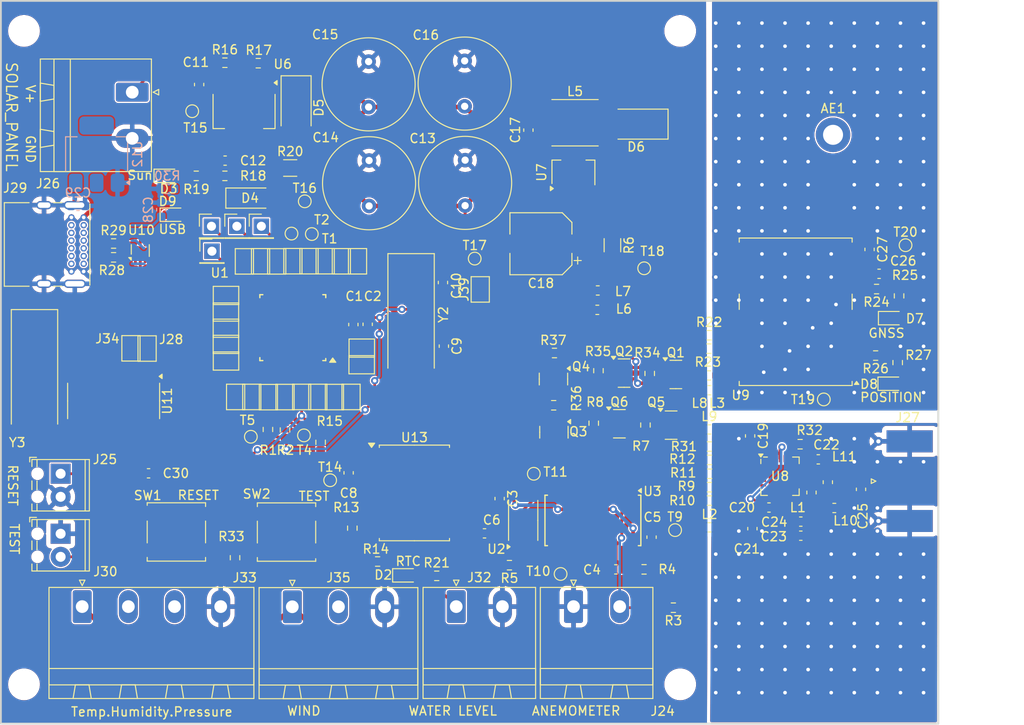
<source format=kicad_pcb>
(kicad_pcb (version 20240108) (generator "pcbnew") (generator_version "8.0")
  (layers (0 "F.Cu" signal) (31 "B.Cu" signal) (34 "B.Paste" user) (35 "F.Paste" user) (36 "B.SilkS" user "B.Silkscreen") (37 "F.SilkS" user "F.Silkscreen") (38 "B.Mask" user) (39 "F.Mask" user) (44 "Edge.Cuts" user))
  (net 0 "")
  (net 1 "Net-(AE1-A)")
  (net 2 "/MCU/+VCC")
  (net 3 "Net-(U3A-Cext)")
  (net 4 "Net-(U3A-RCext)")
  (net 5 "/MCU/XTAL1{slash}PB6")
  (net 6 "/MCU/XTAL2{slash}PB7")
  (net 7 "/NRF24/+3.3V")
  (net 8 "Net-(U9-RF_IN)")
  (net 9 "/GNSS/+3.3V")
  (net 10 "Net-(D2-K)")
  (net 11 "Net-(D5-A)")
  (net 12 "/MCU/A6")
  (net 13 "/MCU/A7")
  (net 14 "/MCU/PB0")
  (net 15 "/MCU/PB1-D9~")
  (net 16 "/MCU/PB2-D10~")
  (net 17 "/MCU/MOSI")
  (net 18 "/MCU/MISO")
  (net 19 "/MCU/CLK")
  (net 20 "/MCU/PC0-A0")
  (net 21 "/MCU/PC1-A1")
  (net 22 "Net-(D5-K)")
  (net 23 "/MCU/PC3-A3")
  (net 24 "/MCU/SDA")
  (net 25 "/MCU/SCL")
  (net 26 "/MCU/TX")
  (net 27 "/MCU/RX")
  (net 28 "/MCU/PD3-D3-(INT1)~")
  (net 29 "/MCU/PD4-D4")
  (net 30 "/MCU/PD7-D7")
  (net 31 "/MCU/PD6-D6~")
  (net 32 "/MCU/PD5-D5~")
  (net 33 "Net-(U3A-Q)")
  (net 34 "Net-(U2B--)")
  (net 35 "Net-(R13-Pad2)")
  (net 36 "Net-(U9-TXD{slash}SPI_MISO)")
  (net 37 "/GNSS/GNSS_TX")
  (net 38 "/GNSS/GNSS_RX")
  (net 39 "Net-(U9-RXD{slash}SPI_MOSI)")
  (net 40 "Net-(U9-TIMEPULSE)")
  (net 41 "Net-(U9-D_SEL)")
  (net 51 "/RTC/SDA")
  (net 52 "/RTC/SCL")
  (net 53 "Net-(Q3-G)")
  (net 57 "/Enable_GNSS")
  (net 59 "/Programming/+3.3V")
  (net 65 "Net-(U11-XI)")
  (net 66 "Net-(U11-XO)")
  (net 70 "Net-(D4-K)")
  (net 71 "/Power/+3.3V")
  (net 72 "Net-(U8-VDD_PA)")
  (net 73 "Net-(C25-Pad1)")
  (net 74 "Net-(D3-A)")
  (net 75 "Net-(D8-A)")
  (net 77 "GND_GNSS")
  (net 79 "Net-(Q1-G)")
  (net 86 "Net-(U6-ADJ)")
  (net 87 "Net-(R18-Pad1)")
  (net 88 "Net-(D7-A)")
  (net 89 "Net-(D9-K)")
  (net 90 "Net-(U8-ANT2)")
  (net 92 "Net-(U8-ANT1)")
  (net 94 "Net-(U8-IREF)")
  (net 95 "Net-(J1-B)")
  (net 96 "Net-(J2-B)")
  (net 97 "Net-(J3-A)")
  (net 98 "Net-(J4-A)")
  (net 99 "Net-(J5-A)")
  (net 100 "Net-(J6-A)")
  (net 101 "Net-(J7-A)")
  (net 102 "Net-(J8-A)")
  (net 103 "Net-(J9-A)")
  (net 104 "Net-(J10-A)")
  (net 105 "Net-(J11-A)")
  (net 106 "Net-(J12-A)")
  (net 107 "Net-(J13-A)")
  (net 108 "Net-(J14-A)")
  (net 109 "Net-(J15-A)")
  (net 110 "Net-(J16-A)")
  (net 111 "Net-(J17-A)")
  (net 112 "Net-(J18-A)")
  (net 113 "Net-(J19-A)")
  (net 114 "Net-(J20-A)")
  (net 115 "Net-(J21-A)")
  (net 116 "Net-(J22-A)")
  (net 117 "Net-(J23-A)")
  (net 118 "Net-(J26-Pin_1)")
  (net 119 "Net-(J27-In)")
  (net 120 "Net-(D6-A)")
  (net 121 "Net-(J24-Pin_2)")
  (net 123 "Net-(R24-Pad1)")
  (net 124 "Net-(R26-Pad1)")
  (net 125 "Net-(R28-Pad2)")
  (net 126 "Net-(R29-Pad2)")
  (net 127 "Net-(U2B-+)")
  (net 129 "Net-(J29-D+-PadA6)")
  (net 132 "Net-(J29-D--PadA7)")
  (net 134 "Net-(U11-~{DTR})")
  (net 135 "/Programming/RX")
  (net 137 "/Programming/VBus")
  (net 138 "/Programming/TX")
  (net 140 "/Programming/D+")
  (net 141 "/Programming/D-")
  (net 142 "GND")
  (net 143 "/+3.3V_MCU")
  (net 144 "Net-(U13-~{INT}{slash}SQW)")
  (net 148 "/Power/+3.3V_Sensors")
  (net 149 "/Enable_Sensors")
  (net 150 "Net-(Q5-G)")
  (net 151 "GND_RF")
  (net 152 "Net-(U8-MOSI)")
  (net 153 "/NRF24/MOSI")
  (net 154 "/NRF24/MISO")
  (net 155 "Net-(U8-MISO)")
  (net 156 "/NRF24/SCK")
  (net 157 "Net-(U8-SCK)")
  (net 158 "Net-(U8-CSN)")
  (net 159 "/NRF24/CSN")
  (net 160 "/NRF24/CE")
  (net 161 "Net-(U8-CE)")
  (net 162 "/Temperature/SCL")
  (net 163 "/Temperature/SDA")
  (net 164 "/Enable_RF")
  (net 165 "/RESET")
  (net 166 "/Power/+3.3V_RF")
  (net 167 "/NRF24/XTAl_2")
  (net 168 "/NRF24/XTAl_1")
  (net 169 "/Interfaces/+3.3V")
  (net 170 "/Interfaces/Water_Level")
  (net 171 "/Interfaces/Direction")
  (footprint "TerminalBlock_Phoenix:TerminalBlock_Phoenix_MPT-0,5-2-2.54_1x02_P2.54mm_Horizontal" (layer "F.Cu") (at 49.75 120.085 -90)
    (property "Reference" "J30")
    (property "Value" "KF128-2.54_2P" (hide yes))
  )
  (footprint "Jumper:SolderJumper-2_P1.3mm_Bridged_Pad1.0x1.5mm" (layer "F.Cu") (at 73.5206 90.122 90)
    (property "Reference" "J5" (hide yes))
    (property "Value" "SolderJumper_2_Bridged" (hide yes))
  )
  (footprint "Connector_PinHeader_2.54mm:PinHeader_1x01_P2.54mm_Vertical" (layer "F.Cu") (at 66.3956 89.0016)
    (property "Reference" "J37" (hide yes))
    (property "Value" "Conn_01x01_Pin" (hide yes))
  )
  (footprint "Resistor_SMD:R_0603_1608Metric" (layer "F.Cu") (at 99.123 123.5456 180)
    (property "Reference" "R5")
    (property "Value" "R_10K_SMD_0603")
  )
  (footprint "TestPoint:TestPoint_Pad_D1.0mm" (layer "F.Cu") (at 133.7056 105.3084)
    (property "Reference" "T19")
    (property "Value" "TP" (hide yes))
  )
  (footprint "Package_TO_SOT_SMD:SOT-23" (layer "F.Cu") (at 116.9073 108.138)
    (property "Reference" "Q5")
    (property "Value" "CJ3401" (hide yes))
  )
  (footprint "Capacitor_SMD:C_0603_1608Metric" (layer "F.Cu") (at 98.044 116.2174 -90)
    (property "Reference" "C3")
    (property "Value" "100nF" (hide yes))
  )
  (footprint "Diode_SMD:D_SMA" (layer "F.Cu") (at 113.0618 75.024 180)
    (property "Reference" "D6")
    (property "Value" "SS24")
  )
  (footprint "LED_SMD:LED_0603_1608Metric" (layer "F.Cu") (at 62.1792 84.9884)
    (property "Reference" "D9")
    (property "Value" "LED_USB" (hide yes))
  )
  (footprint "TestPoint:TestPoint_Pad_D1.0mm" (layer "F.Cu") (at 113.9444 90.8812)
    (property "Reference" "T18")
    (property "Value" "TP")
  )
  (footprint "Inductor_SMD:L_0603_1608Metric" (layer "F.Cu") (at 121.0815 102.6668)
    (property "Reference" "L8")
    (property "Value" "MPZ1608S101ATAH0" (hide yes))
  )
  (footprint "Jumper:SolderJumper-2_P1.3mm_Bridged_Pad1.0x1.5mm" (layer "F.Cu") (at 77.0766 90.1012 90)
    (property "Reference" "J3" (hide yes))
    (property "Value" "SolderJumper_2_Bridged" (hide yes))
  )
  (footprint "Connector_Phoenix_MSTB:PhoenixContact_MSTBA_2,5_2-G-5,08_1x02_P5.08mm_Horizontal" (layer "F.Cu") (at 93.2688 128.0993)
    (property "Reference" "J32")
    (property "Value" "Water_Level")
  )
  (footprint "Resistor_SMD:R_0603_1608Metric" (layer "F.Cu") (at 68.9356 122.7206 90)
    (property "Reference" "R33")
    (property "Value" "10k" (hide yes))
  )
  (footprint "Jumper:SolderJumper-2_P1.3mm_Bridged_Pad1.0x1.5mm" (layer "F.Cu") (at 67.9326 97.4776)
    (property "Reference" "J2" (hide yes))
    (property "Value" "SolderJumper_2_Bridged" (hide yes))
  )
  (footprint "Jumper:SolderJumper-2_P1.3mm_Bridged_Pad1.0x1.5mm" (layer "F.Cu") (at 75.2986 90.1012 90)
    (property "Reference" "J4" (hide yes))
    (property "Value" "SolderJumper_2_Bridged" (hide yes))
  )
  (footprint "Resistor_SMD:R_0603_1608Metric" (layer "F.Cu") (at 121.1325 111.9632)
    (property "Reference" "R12")
    (property "Value" "0" (hide yes))
  )
  (footprint "Jumper:SolderJumper-2_P1.3mm_Bridged_Pad1.0x1.5mm" (layer "F.Cu") (at 69.9646 90.122 90)
    (property "Reference" "J7" (hide yes))
    (property "Value" "SolderJumper_2_Bridged" (hide yes))
  )
  (footprint "Inductor_SMD:L_0603_1608Metric" (layer "F.Cu") (at 108.8391 93.3196 180)
    (property "Reference" "L7")
    (property "Value" "MPZ1608S101ATAH0" (hide yes))
  )
  (footprint "Capacitor_SMD:C_0603_1608Metric" (layer "F.Cu") (at 131.175 120.3 180)
    (property "Reference" "C23")
    (property "Value" "2.2nF" (hide yes))
  )
  (footprint "Jumper:SolderJumper-2_P1.3mm_Bridged_Pad1.0x1.5mm" (layer "F.Cu") (at 67.943 93.8708 180)
    (property "Reference" "J8" (hide yes))
    (property "Value" "SolderJumper_2_Bridged" (hide yes))
  )
  (footprint "Resistor_SMD:R_0603_1608Metric" (layer "F.Cu") (at 91.123 124.714)
    (property "Reference" "R21")
    (property "Value" "100k" (hide yes))
  )
  (footprint "Capacitor_SMD:C_0603_1608Metric" (layer "F.Cu") (at 125.6 109.325 -90)
    (property "Reference" "C19")
    (property "Value" "4.7uF")
  )
  (footprint "Package_TO_SOT_SMD:SOT-23" (layer "F.Cu") (at 117.4267 102.5652)
    (property "Reference" "Q1")
    (property "Value" "CJ3401" (hide yes))
  )
  (footprint "Package_TO_SOT_SMD:SOT-666" (layer "F.Cu") (at 58.5125 88.93009 90)
    (property "Reference" "U10")
    (property "Value" "USBLC6-2P6" (hide yes))
  )
  (footprint "Capacitor_SMD:C_0603_1608Metric" (layer "F.Cu") (at 133.1 111.9)
    (property "Reference" "C22")
    (property "Value" "100nF" (hide yes))
  )
  (footprint "Crystal:Crystal_SMD_HC49-SD" (layer "F.Cu") (at 46.875 102.125 -90)
    (property "Reference" "Y3")
    (property "Value" "12MHz" (hide yes))
  )
  (footprint "Capacitor_SMD:CP_Elec_6.3x7.7" (layer "F.Cu") (at 102.5858 88.1812 180)
    (property "Reference" "C18")
    (property "Value" "100uF")
  )
  (footprint "Package_TO_SOT_SMD:SOT-23" (layer "F.Cu") (at 104.0156 108.9151 -90)
    (property "Reference" "Q3")
    (property "Value" "CJ3401" (hide yes))
  )
  (footprint "Resistor_SMD:R_0603_1608Metric" (layer "F.Cu") (at 55.5752 88.15449)
    (property "Reference" "R29")
    (property "Value" "0")
  )
  (footprint "Package_SO:SOIC-16W_7.5x10.3mm_P1.27mm" (layer "F.Cu") (at 88.6696 115.5954)
    (property "Reference" "U13")
    (property "Value" "DS3231M" (hide yes))
  )
  (footprint "LED_SMD:LED_0603_1608Metric" (layer "F.Cu") (at 141.1477 103.5812)
    (property "Reference" "D8")
    (property "Value" "POS_ENABLE" (hide yes))
  )
  (footprint "Button_Switch_SMD:SW_Push_1P1T_NO_CK_KSC7xxJ" (layer "F.Cu") (at 62.484 119.888 180)
    (property "Reference" "SW1")
    (property "Value" "PB_SMD_12V_50MA_6MM_6MM" (hide yes))
  )
  (footprint "Inductor_SMD:L_Taiyo-Yuden_NR-50xx" (layer "F.Cu") (at 106.3374 74.8716)
    (property "Reference" "L5")
    (property "Value" "33uH")
  )
  (footprint "Connector_Phoenix_MSTB:PhoenixContact_MSTBA_2,5_3-G-5,08_1x03_P5.08mm_Horizontal" (layer "F.Cu") (at 75.2348 128.1176)
    (property "Reference" "J35")
    (property "Value" "Screw_Terminal_01x03")
  )
  (footprint "Connector_PinHeader_2.54mm:PinHeader_1x01_P2.54mm_Vertical" (layer "F.Cu") (at 69.1388 86.2584)
    (property "Reference" "J31" (hide yes))
    (property "Value" "Conn_01x01_Pin" (hide yes))
  )
  (footprint "Capacitor_SMD:C_0603_1608Metric" (layer "F.Cu") (at 110.8326 124.0028 180)
    (property "Reference" "C4")
    (property "Value" "100nF" (hide yes))
  )
  (footprint "Capacitor_SMD:C_0603_1608Metric" (layer "F.Cu") (at 101.2066 75.6844 90)
    (property "Reference" "C17")
    (property "Value" "47uF")
  )
  (footprint "Resistor_SMD:R_0603_1608Metric" (layer "F.Cu") (at 108.396 107.9226 -90)
    (property "Reference" "R8")
    (property "Value" "100k" (hide yes))
  )
  (footprint "Package_QFP:TQFP-32_7x7mm_P0.8mm" (layer "F.Cu") (at 75.2922 97.4096 180)
    (property "Reference" "U1")
    (property "Value" "ATMEGA-328P")
  )
  (footprint "Jumper:SolderJumper-2_P1.3mm_Bridged_Pad1.0x1.5mm" (layer "F.Cu") (at 80.6326 90.1116 90)
    (property "Reference" "J22" (hide yes))
    (property "Value" "SolderJumper_2_Bridged" (hide yes))
  )
  (footprint "Resistor_SMD:R_0603_1608Metric" (layer "F.Cu") (at 121.1203 116.4336)
    (property "Reference" "R10")
    (property "Value" "0" (hide yes))
  )
  (footprint "Jumper:SolderJumper-2_P1.3mm_Bridged_Pad1.0x1.5mm" (layer "F.Cu") (at 78.0418 105.0364 -90)
    (property "Reference" "J16" (hide yes))
    (property "Value" "SolderJumper_2_Bridged" (hide yes))
  )
  (footprint "MountingHole:MountingHole_3.2mm_M3" (layer "F.Cu") (at 45.72 64.77)
    (property "Reference" "H2" (hide yes))
    (property "Value" "MountingHole_Pad" (hide yes))
  )
  (footprint "Resistor_SMD:R_0603_1608Metric" (layer "F.Cu") (at 67.8188 68.2676)
    (property "Reference" "R16")
    (property "Value" "390")
  )
  (footprint "Resistor_SMD:R_0603_1608Metric" (layer "F.Cu") (at 141.8336 101.2566 90)
    (property "Reference" "R27")
    (property "Value" "330" (hide yes))
  )
  (footprint "TestPoint:TestPoint_Pad_D1.0mm" (layer "F.Cu") (at 70.6758 109.4156 180)
    (property "Reference" "T5")
    (property "Value" "TP" (hide yes))
  )
  (footprint "Resistor_SMD:R_0603_1608Metric" (layer "F.Cu") (at 108.9154 102.1466 -90)
    (property "Reference" "R35")
    (property "Value" "100k" (hide yes))
  )
  (footprint "Capacitor_SMD:C_0603_1608Metric" (layer "F.Cu") (at 138.7404 88.8088 -90)
    (property "Reference" "C27")
    (property "Value" "120pF")
  )
  (footprint "RF_GPS:ublox_NEO" (layer "F.Cu") (at 130.6124 95.6668 180)
    (property "Reference" "U9")
    (property "Value" "NEO-M8M" (hide yes))
  )
  (footprint "Inductor_SMD:L_0603_1608Metric" (layer "F.Cu") (at 134.15 114.4125 90)
    (property "Reference" "L11")
    (property "Value" "8.2nH" (hide yes))
  )
  (footprint "Inductor_SMD:L_0603_1608Metric" (layer "F.Cu") (at 134.8625 117.25)
    (property "Reference" "L10")
    (property "Value" "8.2nH" (hide yes))
  )
  (footprint "Package_TO_SOT_SMD:SOT-223-3_TabPin2" (layer "F.Cu") (at 69.9278 73.602 -90)
    (property "Reference" "U6")
    (property "Value" "LM317_SOT-223" (hide yes))
  )
  (footprint "Jumper:SolderJumper-2_P1.3mm_Bridged_Pad1.0x1.5mm" (layer "F.Cu") (at 68.9994 105.0364 -90)
    (property "Reference" "J11" (hide yes))
    (property "Value" "SolderJumper_2_Bridged" (hide yes))
  )
  (footprint "Capacitor_SMD:C_0603_1608Metric" (layer "F.Cu") (at 131.175 118.75 180)
    (property "Reference" "C24")
    (property "Value" "4.7pF" (hide yes))
  )
  (footprint "Jumper:SolderJumper-2_P1.3mm_Bridged_Pad1.0x1.5mm" (layer "F.Cu") (at 70.7774 105.0364 -90)
    (property "Reference" "J12" (hide yes))
    (property "Value" "SolderJumper_2_Bridged" (hide yes))
  )
  (footprint "Jumper:SolderJumper-2_P1.3mm_Bridged_Pad1.0x1.5mm" (layer "F.Cu") (at 72.6062 105.0572 -90)
    (property "Reference" "J13" (hide yes))
    (property "Value" "SolderJumper_2_Bridged" (hide yes))
  )
  (footprint "Resistor_SMD:R_0603_1608Metric" (layer "F.Cu") (at 141.986 93.917 90)
    (property "Reference" "R25")
    (property "Value" "330" (hide yes))
  )
  (footprint "Resistor_SMD:R_0603_1608Metric" (layer "F.Cu") (at 104.075 100.2 180)
    (property "Reference" "R37")
    (property "Value" "100k" (hide yes))
  )
  (footprint "Capacitor_THT:C_Radial_D10.0mm_H20.0mm_P5.00mm" (layer "F.Cu") (at 94.247 83.9864 90)
    (property "Reference" "C13")
    (property "Value" "5F")
  )
  (footprint "Resistor_SMD:R_0603_1608Metric" (layer "F.Cu") (at 74.435 108.6658 90)
    (property "Reference" "R2")
    (property "Value" "4.7k" (hide yes))
  )
  (footprint "TestPoint:TestPoint_Pad_D1.0mm" (layer "F.Cu") (at 117.348 119.6848)
    (property "Reference" "T9")
    (property "Value" "TP")
  )
  (footprint "Jumper:SolderJumper-2_P1.3mm_Bridged_Pad1.0x1.5mm" (layer "F.Cu") (at 82.8678 101.4908)
    (property "Reference" "J19" (hide yes))
    (property "Value" "SolderJumper_2_Bridged" (hide yes))
  )
  (footprint "LED_SMD:LED_0603_1608Metric" (layer "F.Cu") (at 87.7571 124.6632)
    (property "Reference" "D2")
    (property "Value" "LED" (hide yes))
  )
  (footprint "TestPoint:TestPoint_Pad_D1.0mm" (layer "F.Cu") (at 76.6064 83.5152)
    (property "Reference" "T16")
    (property "Value" "TP" (hide yes))
  )
  (footprint "Connector_PinHeader_2.54mm:PinHeader_1x01_P2.54mm_Vertical" (layer "F.Cu") (at 71.8312 86.2584)
    (property "Reference" "J38" (hide yes))
    (property "Value" "Conn_01x01_Pin" (hide yes))
  )
  (footprint "Capacitor_SMD:C_0603_1608Metric" (layer "F.Cu") (at 114.7572 120.4598 90)
    (property "Reference" "C5")
    (property "Value" "100nF" (hide yes))
  )
  (footprint "Inductor_SMD:L_0603_1608Metric" (layer "F.Cu") (at 121.1325 104.2924)
    (property "Reference" "L3")
    (property "Value" "MPZ1608S101ATAH0" (hide yes))
  )
  (footprint "TestPoint:TestPoint_Pad_D1.0mm" (layer "F.Cu") (at 101.8032 113.4872)
    (property "Reference" "T11")
    (property "Value" "TP" (hide yes))
  )
  (footprint "MountingHole:MountingHole_2.2mm_M2_DIN965_Pad" (layer "F.Cu") (at 134.7216 76.2)
    (property "Reference" "AE1")
    (property "Value" "Internal_antenna")
  )
  (footprint "Capacitor_THT:C_Radial_D10.0mm_H20.0mm_P5.00mm" (layer "F.Cu") (at 83.6806 84.0264 90)
    (property "Reference" "C14")
    (property "Value" "5F")
  )
  (footprint "Resistor_SMD:R_0603_1608Metric" (layer "F.Cu") (at 72.5554 108.615 90)
    (property "Reference" "R1")
    (property "Value" "4.7k" (hide yes))
  )
  (footprint "LED_SMD:LED_0603_1608Metric" (layer "F.Cu") (at 141.1985 96.3676)
    (property "Reference" "D7")
    (property "Value" "GNSS" (hide yes))
  )
  (footprint "Capacitor_SMD:C_0603_1608Metric" (layer "F.Cu") (at 127.675 117.2)
    (property "Reference" "C20")
    (property "Value" "100nF" (hide yes))
  )
  (footprint "Diode_SMD:D_SMA" (layer "F.Cu") (at 75.6542 73.214 -90)
    (property "Reference" "D5")
    (property "Value" "SS24")
  )
  (footprint "Resistor_SMD:R_0603_1608Metric" (layer "F.Cu") (at 121.0684 99.7204)
    (property "Reference" "R23")
    (property "Value" "0" (hide yes))
  )
  (footprint "Resistor_SMD:R_0603_1608Metric" (layer "F.Cu") (at 78.35 110.025 90)
    (property "Reference" "R15")
    (property "Value" "10k" (hide yes))
  )
  (footprint "Resistor_SMD:R_0603_1608Metric" (layer "F.Cu") (at 117.157 128.2192 180)
    (property "Reference" "R3")
    (property "Value" "10k")
  )
  (footprint "Button_Switch_SMD:SW_Push_1P1T_NO_CK_KSC7xxJ" (layer "F.Cu") (at 74.6 119.9)
    (property "Reference" "SW2")
    (property "Value" "PB_SMD_12V_50MA_6MM_6MM" (hide yes))
  )
  (footprint "Resistor_SMD:R_0603_1608Metric" (layer "F.Cu") (at 81.8388 119.4694 -90)
    (property "Reference" "R13")
    (property "Value" "0" (hide yes))
  )
  (footprint "Jumper:SolderJumper-2_P1.3mm_Bridged_Pad1.0x1.5mm" (layer "F.Cu") (at 67.943 101.0844 180)
    (property "Reference" "J10" (hide yes))
    (property "Value" "SolderJumper_2_Bridged" (hide yes))
  )
  (footprint "Crystal:Crystal_SMD_HC49-SD" (layer "F.Cu") (at 88.3034 95.9708 -90)
    (property "Reference" "Y2")
    (property "Value" "16MHz" (hide yes))
  )
  (footprint "Capacitor_SMD:C_0603_1608Metric" (layer "F.Cu") (at 67.844 79.0372)
    (property "Reference" "C12")
    (property "Value" "2.2uF" (hide yes))
  )
  (footprint "Capacitor_SMD:C_0603_1608Metric" (layer "F.Cu") (at 81.4324 113.3856 -90)
    (property "Reference" "C8")
    (property "Value" "100nF" (hide yes))
  )
  (footprint "Package_TO_SOT_SMD:SOT-23" (layer "F.Cu") (at 111.7371 102.4128)
    (property "Reference" "Q2")
    (property "Value" "2N7002H" (hide yes))
  )
  (footprint "Resistor_SMD:R_0603_1608Metric" (layer "F.Cu") (at 121.1447 113.4872)
    (property "Reference" "R11")
    (property "Value" "0" (hide yes))
  )
  (footprint "Jumper:SolderJumper-2_P1.3mm_Bridged_Pad1.0x1.5mm" (layer "F.Cu") (at 76.2638 105.0364 -90)
    (property "Reference" "J15" (hide yes))
    (property "Value" "SolderJumper_2_Bridged" (hide yes))
  )
  (footprint "Capacitor_SMD:C_0603_1608Metric" (layer "F.Cu") (at 81.9534 97.0712 90)
    (property "Reference" "C1")
    (property "Value" "100nF" (hide yes))
  )
  (footprint "Inductor_SMD:L_0603_1608Metric" (layer "F.Cu") (at 132.35 115.55 90)
    (property "Reference" "L1")
    (property "Value" "8.2nH" (hide yes))
  )
  (footprint "Resistor_SMD:R_0603_1608Metric" (layer "F.Cu") (at 121.0948 98.2472)
    (property "Reference" "R22")
    (property "Value" "0")
  )
  (footprint "Jumper:SolderJumper-2_P1.3mm_Bridged_Pad1.0x1.5mm" (layer "F.Cu") (at 59.263 99.7084 90)
    (property "Reference" "J28")
    (property "Value" "SolderJumper_2_Bridged" (hide yes))
  )
  (footprint "Jumper:SolderJumper-2_P1.3mm_Bridged_Pad1.0x1.5mm" (layer "F.Cu") (at 67.9326 99.2556 180)
    (property "Reference" "J9" (hide yes))
    (property "Value" "SolderJumper_2_Bridged" (hide yes))
  )
  (footprint "TestPoint:TestPoint_Pad_D1.0mm" (layer "F.Cu") (at 64.2242 73.6016)
    (property "Reference" "T15")
    (property "Value" "TP" (hide yes))
  )
  (footprint "Inductor_SMD:L_0603_1608Metric" (layer "F.Cu") (at 121.107 108.6104)
    (property "Reference" "L9")
    (property "Value" "MPZ1608S101ATAH0" (hide yes))
  )
  (footprint "MountingHole:MountingHole_3.2mm_M3" (layer "F.Cu") (at 117.9068 136.652)
    (property "Reference" "H4" (hide yes))
    (property "Value" "MountingHole_Pad" (hide yes))
  )
  (footprint "TestPoint:TestPoint_Pad_D1.0mm" (layer "F.Cu") (at 76.5178 109.2632 180)
    (property "Reference" "T4")
    (property "Value" "TP" (hide yes))
  )
  (footprint "Capacitor_SMD:C_0603_1608Metric" (layer "F.Cu") (at 64.9862 70.6682 90)
    (property "Reference" "C11")
    (property "Value" "2.2uF" (hide yes))
  )
  (footprint "Resistor_SMD:R_0603_1608Metric" (layer "F.Cu") (at 121.1203 114.9604)
    (property "Reference" "R9")
    (property "Value" "0" (hide yes))
  )
  (footprint "Connector_Phoenix_MSTB:PhoenixContact_MSTBA_2,5_4-G-5,08_1x04_P5.08mm_Horizontal" (layer "F.Cu") (at 52.1208 128.0993)
    (property "Reference" "J33")
    (property "Value" "Screw_Terminal_01x04")
  )
  (footprint "Inductor_SMD:L_0603_1608Metric" (layer "F.Cu") (at 108.7883 95.4532 180)
    (property "Reference" "L6")
    (property "Value" "MPZ1608S101ATAH0" (hide yes))
  )
  (footprint "Resistor_SMD:R_0603_1608Metric" (layer "F.Cu") (at 103.9906 105.9526 180)
    (property "Reference" "R36")
    (property "Value" "10k" (hide yes))
  )
  (footprint "Connector_Phoenix_MSTB:PhoenixContact_MSTBA_2,5_2-G-5,08_1x02_P5.08mm_Horizontal" (layer "F.Cu") (at 57.6275 71.51 -90)
    (property "Reference" "J26")
    (property "Value" "Panel" (hide yes))
  )
  (footprint "Package_SO:TSSOP-8_4.4x3mm_P0.65mm" (layer "F.Cu") (at 100.6348 118.618 90)
    (property "Reference" "U2")
    (property "Value" "LM358DR" (hide yes))
  )
  (footprint "Resistor_SMD:R_0603_1608Metric" (layer "F.Cu") (at 131.1 110.236 180)
    (property "Reference" "R32")
    (property "Value" "22k" (hide yes))
  )
  (footprint "TerminalBlock_Phoenix:TerminalBlock_Phoenix_MPT-0,5-2-2.54_1x02_P2.54mm_Horizontal" (layer "F.Cu") (at 49.75 113.481 -90)
    (property "Reference" "J25")
    (property "Value" "KF128-2.54_2P" (hide yes))
  )
  (footprint "Jumper:SolderJumper-2_P1.3mm_Bridged_Pad1.0x1.5mm" (layer "F.Cu") (at 79.8706 105.0468 -90)
    (property "Reference" "J17" (hide yes))
    (property "Value" "SolderJumper_2_Bridged" (hide yes))
  )
  (footprint "Inductor_SMD:L_0603_1608Metric" (layer "F.Cu") (at 121.1325 119.38)
    (property "Reference" "L2")
    (property "Value" "MPZ1608S101ATAH0" (hide yes))
  )
  (footprint "Capacitor_SMD:C_0603_1608Metric" (layer "F.Cu") (at 125.85 119.525 -90)
    (property "Reference" "C21")
    (property "Value" "100nF" (hide yes))
  )
  (footprint "Resistor_SMD:R_0603_1608Metric" (layer "F.Cu") (at 71.4886 68.3184 180)
    (property "Reference" "R17")
    (property "Value" "270" (hide yes))
  )
  (footprint "Capacitor_SMD:C_0603_1608Metric" (layer "F.Cu") (at 91.9102 99.4458 -90)
    (property "Reference" "C9")
    (property "Value" "22pF")
  )
  (footprint "Jumper:SolderJumper-2_P1.3mm_Bridged_Pad1.0x1.5mm" (layer "F.Cu") (at 74.435 105.0468 -90)
    (property "Reference" "J14" (hide yes))
    (property "Value" "SolderJumper_2_Bridged" (hide yes))
  )
  (footprint "Jumper:SolderJumper-2_P1.3mm_Bridged_Pad1.0x1.5mm" (layer "F.Cu") (at 57.485 99.6876 90)
    (property "Reference" "J34")
    (property "Value" "SolderJumper_2_Bridged")
  )
  (footprint "TestPoint:TestPoint_Pad_D1.0mm" (layer "F.Cu") (at 142.6972 88.3412)
    (property "Reference" "T20")
    (property "Value" "TP" (hide yes))
  )
  (footprint "Package_TO_SOT_SMD:SOT-23" (layer "F.Cu") (at 103.9656 103.0651 -90)
    (property "Reference" "Q4")
    (property "Value" "2N7002H" (hide yes))
  )
  (footprint "Jumper:SolderJumper-2_P1.3mm_Bridged_Pad1.0x1.5mm" (layer "F.Cu") (at 81.6994 105.0364 -90)
    (property "Reference" "J18" (hide yes))
    (property "Value" "SolderJumper_2_Bridged" (hide yes))
  )
  (footprint "Capacitor_SMD:C_0603_1608Metric" (layer "F.Cu") (at 59.423 113.4364)
    (property "Reference" "C30")
    (property "Value" "100nF" (hide yes))
  )
  (footprint "Jumper:SolderJumper-2_P1.3mm_Bridged_Pad1.0x1.5mm" (layer "F.Cu") (at 95.9104 93.2076 90)
    (property "Reference" "J39")
    (property "Value" "SolderJumper_2_Bridged")
  )
  (footprint "Resistor_SMD:R_0603_1608Metric" (layer "F.Cu") (at 114.5542 102.4514 -90)
    (property "Reference" "R34")
    (property "Value" "10k")
  )
  (footprint "Resistor_SMD:R_0603_1608Metric" (layer "F.Cu") (at 84.6206 123.1392 180)
    (property "Reference" "R14")
    (property "Value" "330" (hide yes))
  )
  (footprint "Resistor_SMD:R_0603_1608Metric" (layer "F.Cu") (at 55.5752 89.67849)
    (property "Reference" "R28")
    (property "Value" "0")
  )
  (footprint "Connector_Coaxial:SMA_Molex_73251-1153_EdgeMount_Horizontal" (layer "F.Cu") (at 141.4284 114.3 180)
    (property "Reference" "J27")
    (property "Value" "132415")
  )
  (footprint "Jumper:SolderJumper-2_P1.3mm_Bridged_Pad1.0x1.5mm" (layer "F.Cu") (at 67.9326 95.6996)
    (property "Reference" "J1" (hide yes))
    (property "Value" "SolderJumper_2_Bridged" (hide yes))
  )
  (footprint "Resistor_SMD:R_0603_1608Metric" (layer "F.Cu") (at 139.509 93.1672 180)
    (property "Reference" "R24")
    (property "Value" "0" (hide yes))
  )
  (footprint "Resistor_SMD:R_0603_1608Metric" (layer "F.Cu") (at 113.9322 124.0028 180)
    (property "Reference" "R4")
    (property "Value" "R_10K_SMD_0603" (hide yes))
  )
  (footprint "Package_DFN_QFN:QFN-20-1EP_4x4mm_P0.5mm_EP2.5x2.5mm" (layer "F.Cu") (at 128.8867 113.7572)
    (property "Reference" "U8")
    (property "Value" "NRF24L01" (hide yes))
  )
  (footprint "Connector_Phoenix_MSTB:PhoenixContact_MSTBA_2,5_2-G-5,08_1x02_P5.08mm_Horizontal" (layer "F.Cu") (at 106.172 128.0993)
    (property "Reference" "J24")
    (property "Value" "Anemometer")
  )
  (footprint "Capacitor_THT:C_Radial_D10.0mm_H20.0mm_P5.00mm" (layer "F.Cu") (at 83.6298 73.1444 90)
    (property "Reference" "C15")
    (property "Value" "5F")
  )
  (footprint "Resistor_SMD:R_1206_3216Metric" (layer "F.Cu") (at 75.0045 79.85)
    (property "Reference" "R20")
    (property "Value" "100" (hide yes))
  )
  (footprint "TestPoint:TestPoint_Pad_D1.0mm" (layer "F.Cu") (at 77.3814 87.1144 180)
    (property "Reference" "T1")
    (property "Value" "TP" (hide yes))
  )
  (footprint "Connector_USB:USB_C_Receptacle_GCT_USB4085" (layer "F.Cu") (at 52.285 85.2856 -90)
    (property "Reference" "J29")
    (property "Value" "USB_C_Receptacle_USB2.0_16P" (hide yes))
  )
  (footprint "Jumper:SolderJumper-2_P1.3mm_Bridged_Pad1.0x1.5mm" (layer "F.Cu") (at 71.7426 90.1116 90)
    (property "Reference" "J6" (hide yes))
    (property "Value" "SolderJumper_2_Bridged" (hide yes))
  )
  (footprint "MountingHole:MountingHole_3.2mm_M3" (layer "F.Cu") (at 45.72 136.652)
    (property "Reference" "H3" (hide yes))
    (property "Value" "MountingHole_Pad" (hide yes))
  )
  (footprint "TestPoint:TestPoint_Pad_D1.0mm" (layer "F.Cu") (at 79.4004 114.1984)
    (property "Reference" "T14")
    (property "Value" "TP" (hide yes))
  )
  (footprint "Resistor_SMD:R_0603_1608Metric" (layer "F.Cu") (at 114.0856 108.1258 -90)
    (property "Reference" "R7")
    (property "Value" "10k")
  )
  (footprint "Resistor_SMD:R_0603_1608Metric" (layer "F.Cu") (at 64.6692 80.7136)
    (property "Reference" "R19")
    (property "Value" "330" (hide yes))
  )
  (footprint "Resistor_SMD:R_0603_1608Metric" (layer "F.Cu") (at 67.8188 80.7136)
    (property "Reference" "R18")
    (property "Value" "0" (hide yes))
  )
  (footprint "LED_SMD:LED_0603_1608Metric" (layer "F.Cu") (at 61.5063 80.7136)
    (property "Reference" "D3")
    (property "Value" "SUN" (hide yes))
  )
  (footprint "Capacitor_SMD:C_0603_1608Metric" (layer "F.Cu") (at 96.3806 120.0404 180)
    (property "Reference" "C6")
    (property "Value" "100nF" (hide yes))
  )
  (footprint "Capacitor_SMD:C_0603_1608Metric" (layer "F.Cu") (at 83.5282 97.0452 90)
    (property "Reference" "C2")
    (property "Value" "100nF" (hide yes))
  )
  (footprint "MountingHole:MountingHole_3.2mm_M3" (layer "F.Cu") (at 117.9068 64.77)
    (property "Reference" "H1" (hide yes))
    (property "Value" "MountingHole_Pad" (hide yes))
  )
  (footprint "Resistor_SMD:R_1206_3216Metric" (layer "F.Cu") (at 110.4522 88.3443 -90)
    (property "Reference" "R6")
    (property "Value" "100")
  )
  (footprint "Diode_SMD:D_MiniMELF" (layer "F.Cu") (at 70.584 83.1596)
    (property "Reference" "D4")
    (property "Value" "D_Zener" (hide yes))
  )
  (footprint "Jumper:SolderJumper-2_P1.3mm_Bridged_Pad1.0x1.5mm" (layer "F.Cu") (at 82.4106 90.1116 90)
    (property "Reference" "J23" (hide yes))
    (property "Value" "SolderJumper_2_Bridged" (hide yes))
  )
  (footprint "Package_TO_SOT_SMD:SOT-23" (layer "F.Cu") (at 111.2177 107.9856)
    (property "Reference" "Q6")
    (property "Value" "2N7002H" (hide yes))
  )
  (footprint "Capacitor_THT:C_Radial_D10.0mm_H20.0mm_P5.00mm" (layer "F.Cu") (at 94.1962 73.0644 90)
    (property "Reference" "C16")
    (property "Value" "5F")
  )
  (footprint "Connector_PinHeader_2.54mm:PinHeader_1x01_P2.54mm_Vertical" (layer "F.Cu") (at 66.3448 86.2584)
    (property "Reference" "J36" (hide yes))
    (property "Value" "Conn_01x01_Pin" (hide yes))
  )
  (footprint "Resistor_SMD:R_0603_1608Metric" (layer "F.Cu") (at 139.4074 100.4824 180)
    (property "Reference" "R26")
    (property "Value" "0" (hide yes))
  )
  (footprint "Resistor_SMD:R_0603_1608Metric" (layer "F.Cu") (at 121.1203 110.49)
    (property "Reference" "R31")
    (property "Value" "0" (hide yes))
  )
  (footprint "Capacitor_SMD:C_0603_1608Metric" (layer "F.Cu") (at 139.7886 91.4908 180)
    (property "Reference" "C26")
    (property "Value" "100nF" (hide yes))
  )
  (footprint "Package_SO:SOIC-16W_5.3x10.2mm_P1.27mm" (layer "F.Cu") (at 108.3056 118.618 -90)
    (property "Reference" "U3")
    (property "Value" "74HC123D" (hide yes))
  )
  (footprint "Package_SO:SOIC-16_3.9x9.9mm_P1.27mm" (layer "F.Cu") (at 55.58 105.475 -90)
    (property "Reference" "U11")
    (property "Value" "CH340G" (hide yes))
  )
  (footprint "Jumper:SolderJumper-2_P1.3mm_Bridged_Pad1.0x1.5mm" (layer "F.Cu") (at 78.8546 90.1012 90)
    (property "Reference" "J21" (hide yes))
    (property "Value" "SolderJumper_2_Bridged" (hide yes))
  )
  (footprint "TestPoint:TestPoint_Pad_D1.0mm" (layer "F.Cu") (at 95.3008 89.8144)
    (property "Reference" "T17")
    (property "Value" "TP")
  )
  (footprint "Jumper:SolderJumper-2_P1.3mm_Bridged_Pad1.0x1.5mm" (layer "F.Cu") (at 82.8782 99.662)
    (property "Reference" "J20" (hide yes))
    (property "Value" "SolderJumper_2_Bridged" (hide yes))
  )
  (footprint "Capacitor_SMD:C_0603_1608Metric" (layer "F.Cu") (at 137.8 115.2 90)
    (property "Reference" "C25")
    (property "Value" "1.5pF" (hide yes))
  )
  (footprint "Package_TO_SOT_SMD:SOT-89-3" (layer "F.Cu") (at 106.161 80.3384 90)
    (property "Reference" "U7")
    (property "Value" "BL8530")
  )
  (footprint "TestPoint:TestPoint_Pad_D1.0mm" (layer "F.Cu") (at 104.7496 124.5108)
    (property "Reference" "T10")
    (property "Value" "TP")
  )
  (footprint "TestPoint:TestPoint_Pad_D1.0mm" (layer "F.Cu") (at 75.1462 87.0636 90)
    (property "Reference" "T2")
    (property "Value" "TP" (hide yes))
  )
  (footprint "Capacitor_SMD:C_0603_1608Metric" (layer "F.Cu") (at 91.8086 92.4484 90)
    (property "Reference" "C10")
    (property "Value" "22pF" (hide yes))
  )
  (footprint "Resistor_SMD:R_0603_1608Metric" (layer "B.Cu") (at 61.4802 82.1436 180)
    (property "Reference" "R30")
    (property "Value" "270")
  )
  (footprint "Capacitor_SMD:C_0603_1608Metric" (layer "B.Cu") (at 51.6636 84.0156 180)
    (property "Reference" "C29")
    (property "Value" "2.2uF")
  )
  (footprint "Capacitor_SMD:C_0603_1608Metric" (layer "B.Cu") (at 60.8206 84.435 -90)
    (property "Reference" "C28")
    (property "Value" "2.2uF" (hide yes))
  )
  (footprint "Package_TO_SOT_SMD:SOT-223-3_TabPin2" (layer "B.Cu") (at 53.7086 78.326 90)
    (property "Reference" "U12")
    (property "Value" "AMS1117-3.3" (hide yes))
  )
  (gr_rect (start 43.18 61.468) (end 146.304 140.97) (stroke (width 0.2)) (fill none) (layer "Edge.Cuts"))
  (gr_text "SOLAR_PANEL" (at 43.65 68.1 270) (layer "F.SilkS") (effects (font (size 1.2 1.2)) (justify left bottom)))
  (gr_text "GNSS" (at 138.5316 98.6028 0) (layer "F.SilkS") (effects (font (size 1 1)) (justify left bottom)))
  (gr_text "WIND" (at 74.5744 140.1572 0) (layer "F.SilkS") (effects (font (size 1 1)) (justify left bottom)))
  (gr_text "GND" (at 45.85 76.15 270) (layer "F.SilkS") (effects (font (size 1 1)) (justify left bottom)))
  (gr_text "TEST" (at 75.8444 116.5352 0) (layer "F.SilkS") (effects (font (size 1 1)) (justify left bottom)))
  (gr_text "WATER LEVEL" (at 87.9348 140.1572 0) (layer "F.SilkS") (effects (font (size 1 1)) (justify left bottom)))
  (gr_text "RESET" (at 62.5348 116.4336 0) (layer "F.SilkS") (effects (font (size 1 1)) (justify left bottom)))
  (gr_text "Sun" (at 56.9976 81.2292 0) (layer "F.SilkS") (effects (font (size 1 1)) (justify left bottom)))
  (gr_text "TEST" (at 44.075 118.875 270) (layer "F.SilkS") (effects (font (size 1 1)) (justify left bottom)))
  (gr_text "RTC" (at 86.5124 123.698 0) (layer "F.SilkS") (effects (font (size 1 1)) (justify left bottom)))
  (gr_text "POSITION" (at 137.6172 105.664 0) (layer "F.SilkS") (effects (font (size 1 1)) (justify left bottom)))
  (gr_text "RESET" (at 43.9 112.4 -90) (layer "F.SilkS") (effects (font (size 1 1)) (justify left bottom)))
  (gr_text "USB" (at 60.452 87.1728 0) (layer "F.SilkS") (effects (font (size 1 1)) (justify left bottom)))
  (gr_text "V+" (at 45.85 70.6 270) (layer "F.SilkS") (effects (font (size 1 1)) (justify left bottom)))
  (gr_text "ANEMOMETER" (at 101.4984 140.1572 0) (layer "F.SilkS") (effects (font (size 1 1)) (justify left bottom)))
  (gr_text "Temp.Humidity.Pressure" (at 50.8 140.2588 0) (layer "F.SilkS") (effects (font (size 1 1)) (justify left bottom)))
  (segment (start 108.0516 93.3196) (end 105.9712 95.4) (width 0.3) (layer "F.Cu") (net 2))
  (segment (start 74.6 109.6558) (end 74.435 109.4908) (width 0.3) (layer "F.Cu") (net 2))
  (segment (start 79.5422 96.2096) (end 77.7878 96.2096) (width 0.33) (layer "F.Cu") (net 2))
  (segment (start 81.9534 96.2962) (end 81.8668 96.2096) (width 0.3) (layer "F.Cu") (net 2))
  (segment (start 83.5282 96.2702) (end 81.9794 96.2702) (width 0.3) (layer "F.Cu") (net 2))
  (segment (start 105.9712 95.4) (end 87.3 95.4) (width 0.3) (layer "F.Cu") (net 2))
  (segment (start 74.6 110.75) (end 74.6 109.6558) (width 0.3) (layer "F.Cu") (net 2))
  (segment (start 73.2922 95.4096) (end 71.0422 95.4096) (width 0.33) (layer "F.Cu") (net 2))
  (segment (start 84.85 96.3) (end 83.558 96.3) (width 0.3) (layer "F.Cu") (net 2))
  (segment (start 77.7878 97.1852) (end 77.7878 96.2096) (width 0.33) (layer "F.Cu") (net 2))
  (segment (start 84.85 98.05) (end 84.8 98.1) (width 0.3) (layer "F.Cu") (net 2))
  (segment (start 83.558 96.3) (end 83.5282 96.2702) (width 0.3) (layer "F.Cu") (net 2))
  (segment (start 78.4122 97.8096) (end 77.7878 97.1852) (width 0.33) (layer "F.Cu") (net 2))
  (segment (start 81.8668 96.2096) (end 79.5422 96.2096) (width 0.3) (layer "F.Cu") (net 2))
  (segment (start 84.3 105.4) (end 83.25 106.45) (width 0.3) (layer "F.Cu") (net 2))
  (segment (start 79.5422 97.8096) (end 78.4122 97.8096) (width 0.33) (layer "F.Cu") (net 2))
  (segment (start 74.3842 109.44) (end 74.435 109.4908) (width 0.3) (layer "F.Cu") (net 2))
  (segment (start 72.5554 109.44) (end 74.3842 109.44) (width 0.3) (layer "F.Cu") (net 2))
  (segment (start 77.7878 96.2096) (end 74.0922 96.2096) (width 0.33) (layer "F.Cu") (net 2))
  (segment (start 84.85 96.3) (end 84.85 98.05) (width 0.3) (layer "F.Cu") (net 2))
  (segment (start 81.9794 96.2702) (end 81.9534 96.2962) (width 0.3) (layer "F.Cu") (net 2))
  (segment (start 84.3 103.25) (end 84.3 105.4) (width 0.3) (layer "F.Cu") (net 2))
  (segment (start 74.0922 96.2096) (end 73.2922 95.4096) (width 0.33) (layer "F.Cu") (net 2))
  (via (at 84.85 96.3) (size 0.8) (drill 0.4) (layers "F.Cu" "B.Cu") (net 2))
  (via (at 84.8 98.1) (size 0.8) (drill 0.4) (layers "F.Cu" "B.Cu") (net 2))
  (via (at 83.25 106.45) (size 0.8) (drill 0.4) (layers "F.Cu" "B.Cu") (net 2))
  (via (at 74.6 110.75) (size 0.8) (drill 0.4) (layers "F.Cu" "B.Cu") (net 2))
  (via (at 87.3 95.4) (size 0.8) (drill 0.4) (layers "F.Cu" "B.Cu") (net 2))
  (via (at 84.3 103.25) (size 0.8) (drill 0.4) (layers "F.Cu" "B.Cu") (net 2))
  (segment (start 83.25 106.45) (end 78.95 110.75) (width 0.3) (layer "B.Cu") (net 2))
  (segment (start 87.3 95.4) (end 85.75 95.4) (width 0.3) (layer "B.Cu") (net 2))
  (segment (start 84.8 98.1) (end 84.8 102.75) (width 0.3) (layer "B.Cu") (net 2))
  (segment (start 78.95 110.75) (end 74.6 110.75) (width 0.3) (layer "B.Cu") (net 2))
  (segment (start 84.8 102.75) (end 84.3 103.25) (width 0.3) (layer "B.Cu") (net 2))
  (segment (start 85.75 95.4) (end 84.85 96.3) (width 0.3) (layer "B.Cu") (net 2))
  (segment (start 110.0576 122.321) (end 110.2106 122.168) (width 0.3) (layer "F.Cu") (net 3))
  (segment (start 110.0576 124.0028) (end 110.0576 122.321) (width 0.3) (layer "F.Cu") (net 3))
  (segment (start 111.4806 122.168) (end 111.4806 123.8758) (width 0.3) (layer "F.Cu") (net 4))
  (segment (start 113.1072 124.0028) (end 111.6076 124.0028) (width 0.3) (layer "F.Cu") (net 4))
  (segment (start 111.4806 123.8758) (end 111.6076 124.0028) (width 0.3) (layer "F.Cu") (net 4))
  (segment (start 88.3034 100.2208) (end 91.9102 100.2208) (width 0.33) (layer "F.Cu") (net 5))
  (segment (start 88.3034 98.2904) (end 88.3034 100.2208) (width 0.33) (layer "F.Cu") (net 5))
  (segment (start 85.4226 95.4096) (end 88.3034 98.2904) (width 0.33) (layer "F.Cu") (net 5))
  (segment (start 79.5422 95.4096) (end 85.4226 95.4096) (width 0.33) (layer "F.Cu") (net 5))
  (segment (start 79.5422 94.6096) (end 85.4146 94.6096) (width 0.33) (layer "F.Cu") (net 6))
  (segment (start 88.3034 91.7208) (end 91.7612 91.7208) (width 0.33) (layer "F.Cu") (net 6))
  (segment (start 91.7612 91.7208) (end 91.8086 91.6734) (width 0.33) (layer "F.Cu") (net 6))
  (segment (start 85.4146 94.6096) (end 88.3034 91.7208) (width 0.33) (layer "F.Cu") (net 6))
  (segment (start 127.65 116.45) (end 128.043899 116.45) (width 0.25) (layer "F.Cu") (net 7))
  (segment (start 127.714749 110.235251) (end 126.029499 108.55) (width 0.25) (layer "F.Cu") (net 7))
  (segment (start 118.3172 108.6104) (end 117.8448 108.138) (width 0.3) (layer "F.Cu") (net 7))
  (segment (start 126.029499 108.55) (end 125.6 108.55) (width 0.25) (layer "F.Cu") (net 7))
  (segment (start 128.3867 116.107199) (end 128.3867 115.6947) (width 0.25) (layer "F.Cu") (net 7))
  (segment (start 130.95 109.758708) (end 130.341292 109.15) (width 0.25) (layer "F.Cu") (net 7))
  (segment (start 128.8867 110.7633) (end 129.1 110.55) (width 0.3) (layer "F.Cu") (net 7))
  (segment (start 126.9 117.2) (end 127.65 116.45) (width 0.25) (layer "F.Cu") (net 7))
  (segment (start 130.8242 112.7572) (end 130.95 112.6314) (width 0.25) (layer "F.Cu") (net 7))
  (segment (start 120.3195 108.6104) (end 118.3172 108.6104) (width 0.3) (layer "F.Cu") (net 7))
  (segment (start 121.8945 108.6104) (end 125.5396 108.6104) (width 0.33) (layer "F.Cu") (net 7))
  (segment (start 128.8867 111.8197) (end 128.8867 111.407201) (width 0.25) (layer "F.Cu") (net 7))
  (segment (start 128.8867 111.407201) (end 127.714749 110.235251) (width 0.25) (layer "F.Cu") (net 7))
  (segment (start 130.8242 112.7572) (end 131.4678 112.7572) (width 0.25) (layer "F.Cu") (net 7))
  (segment (start 125.5396 108.6104) (end 125.6 108.55) (width 0.33) (layer "F.Cu") (net 7))
  (segment (start 125.95 116.25) (end 126.9 117.2) (width 0.25) (layer "F.Cu") (net 7))
  (segment (start 128.8 109.15) (end 127.714749 110.235251) (width 0.25) (layer "F.Cu") (net 7))
  (segment (start 125.85 118.75) (end 125.85 118.25) (width 0.3) (layer "F.Cu") (net 7))
  (segment (start 128.043899 116.45) (end 128.3867 116.107199) (width 0.25) (layer "F.Cu") (net 7))
  (segment (start 128.8867 111.8197) (end 128.8867 110.7633) (width 0.3) (layer "F.Cu") (net 7))
  (segment (start 125.85 118.25) (end 126.9 117.2) (width 0.3) (layer "F.Cu") (net 7))
  (segment (start 130.95 112.6314) (end 130.95 109.758708) (width 0.25) (layer "F.Cu") (net 7))
  (segment (start 131.4678 112.7572) (end 132.325 111.9) (width 0.25) (layer "F.Cu") (net 7))
  (segment (start 130.341292 109.15) (end 128.8 109.15) (width 0.25) (layer "F.Cu") (net 7))
  (segment (start 125.65 116.25) (end 125.95 116.25) (width 0.25) (layer "F.Cu") (net 7))
  (via (at 129.1 110.55) (size 0.8) (drill 0.4) (layers "F.Cu" "B.Cu") (net 7))
  (via (at 125.65 116.25) (size 0.8) (drill 0.4) (layers "F.Cu" "B.Cu") (net 7))
  (segment (start 129 112.9) (end 125.65 116.25) (width 0.25) (layer "B.Cu") (net 7))
  (segment (start 129.1 110.55) (end 129 110.65) (width 0.3) (layer "B.Cu") (net 7))
  (segment (start 129 110.65) (end 129 112.9) (width 0.3) (layer "B.Cu") (net 7))
  (segment (start 136.7954 89.5838) (end 136.6124 89.7668) (width 0.3) (layer "F.Cu") (net 8))
  (segment (start 138.7404 89.5838) (end 136.7954 89.5838) (width 0.3) (layer "F.Cu") (net 8))
  (segment (start 121.8184 102.616) (end 122.8676 101.5668) (width 0.3) (layer "F.Cu") (net 9))
  (segment (start 127.283201 101.5668) (end 135.783201 93.0668) (width 0.4) (layer "F.Cu") (net 9))
  (segment (start 139.0136 92.8376) (end 138.684 93.1672) (width 0.3) (layer "F.Cu") (net 9))
  (segment (start 122.8676 101.5668) (end 124.6124 101.5668) (width 0.3) (layer "F.Cu") (net 9))
  (segment (start 136.6124 93.0668) (end 138.5836 93.0668) (width 0.3) (layer "F.Cu") (net 9))
  (segment (start 118.415 102.616) (end 118.3642 102.5652) (width 0.25) (layer "F.Cu") (net 9))
  (segment (start 138.5836 93.0668) (end 138.684 93.1672) (width 0.3) (layer "F.Cu") (net 9))
  (segment (start 124.6124 101.5668) (end 127.283201 101.5668) (width 0.4) (layer "F.Cu") (net 9))
  (segment (start 142.1632 88.3412) (end 142.6972 88.3412) (width 0.3) (layer "F.Cu") (net 9))
  (segment (start 139.0136 91.4908) (end 139.0136 92.8376) (width 0.3) (layer "F.Cu") (net 9))
  (segment (start 139.0136 91.4908) (end 142.1632 88.3412) (width 0.3) (layer "F.Cu") (net 9))
  (segment (start 120.2944 102.616) (end 118.415 102.616) (width 0.25) (layer "F.Cu") (net 9))
  (segment (start 135.783201 93.0668) (end 136.6124 93.0668) (width 0.4) (layer "F.Cu") (net 9))
  (segment (start 85.4456 123.1392) (end 86.9696 124.6632) (width 0.3) (layer "F.Cu") (net 10))
  (segment (start 76.467 76.0268) (end 75.6542 75.214) (width 0.5) (layer "F.Cu") (net 11))
  (segment (start 76.467 79.85) (end 76.467 76.0268) (width 0.5) (layer "F.Cu") (net 11))
  (segment (start 77.0766 87.4192) (end 77.3814 87.1144) (width 0.33) (layer "F.Cu") (net 14))
  (segment (start 77.0766 89.4512) (end 77.0766 87.4192) (width 0.33) (layer "F.Cu") (net 14))
  (segment (start 75.2986 89.4512) (end 75.2986 87.216) (width 0.33) (layer "F.Cu") (net 15))
  (segment (start 115.2144 117.5512) (end 117.348 119.6848) (width 0.3) (layer "F.Cu") (net 15))
  (segment (start 113.3408 115.068) (end 115.2144 116.9416) (width 0.3) (layer "F.Cu") (net 15))
  (segment (start 115.2144 116.9416) (end 115.2144 117.5512) (width 0.3) (layer "F.Cu") (net 15))
  (segment (start 112.7506 115.068) (end 113.3408 115.068) (width 0.3) (layer "F.Cu") (net 15))
  (segment (start 75.2986 87.216) (end 75.1462 87.0636) (width 0.33) (layer "F.Cu") (net 15))
  (segment (start 73.5206 87.9478) (end 71.8312 86.2584) (width 0.3) (layer "F.Cu") (net 16))
  (segment (start 73.5206 89.472) (end 73.5206 87.9478) (width 0.3) (layer "F.Cu") (net 16))
  (segment (start 69.1388 86.2584) (end 71.7426 88.8622) (width 0.3) (layer "F.Cu") (net 17))
  (segment (start 71.7426 88.8622) (end 71.7426 89.4616) (width 0.3) (layer "F.Cu") (net 17))
  (segment (start 69.9646 89.472) (end 69.5584 89.472) (width 0.3) (layer "F.Cu") (net 18))
  (segment (start 69.5584 89.472) (end 66.3448 86.2584) (width 0.3) (layer "F.Cu") (net 18))
  (segment (start 67.293 93.8708) (end 67.293 89.899) (width 0.3) (layer "F.Cu") (net 19))
  (segment (start 67.293 89.899) (end 66.3956 89.0016) (width 0.3) (layer "F.Cu") (net 19))
  (segment (start 96.787 75.532) (end 96.6638 75.532) (width 0.5) (layer "F.Cu") (net 22))
  (segment (start 81.6486 81.9944) (end 83.6806 84.0264) (width 0.5) (layer "F.Cu") (net 22))
  (segment (start 96.6638 75.532) (end 94.1962 73.0644) (width 0.5) (layer "F.Cu") (net 22))
  (segment (start 94.247 83.9864) (end 96.787 81.4464) (width 0.5) (layer "F.Cu") (net 22))
  (segment (start 94.1162 73.1444) (end 94.1962 73.0644) (width 0.5) (layer "F.Cu") (net 22))
  (segment (start 83.6806 84.0264) (end 94.207 84.0264) (width 0.5) (layer "F.Cu") (net 22))
  (segment (start 96.8886 75.532) (end 97.5112 74.9094) (width 0.5) (layer "F.Cu") (net 22))
  (segment (start 94.207 84.0264) (end 94.247 83.9864) (width 0.5) (layer "F.Cu") (net 22))
  (segment (start 81.6486 75.1256) (end 81.6486 81.9944) (width 0.5) (layer "F.Cu") (net 22))
  (segment (start 97.5112 74.9094) (end 101.2066 74.9094) (width 0.5) (layer "F.Cu") (net 22))
  (segment (start 96.787 75.532) (end 96.8886 75.532) (width 0.5) (layer "F.Cu") (net 22))
  (segment (start 83.6298 73.1444) (end 94.1162 73.1444) (width 0.5) (layer "F.Cu") (net 22))
  (segment (start 96.787 81.4464) (end 96.787 75.532) (width 0.5) (layer "F.Cu") (net 22))
  (segment (start 83.6298 73.1444) (end 81.6486 75.1256) (width 0.5) (layer "F.Cu") (net 22))
  (segment (start 104.4996 74.9094) (end 104.5374 74.8716) (width 0.5) (layer "F.Cu") (net 22))
  (segment (start 75.6542 71.214) (end 81.6994 71.214) (width 0.5) (layer "F.Cu") (net 22))
  (segment (start 94.247 83.9864) (end 94.247 88.7606) (width 0.33) (layer "F.Cu") (net 22))
  (segment (start 81.6994 71.214) (end 83.6298 73.1444) (width 0.5) (layer "F.Cu") (net 22))
  (segment (start 101.2066 74.9094) (end 104.4996 74.9094) (width 0.5) (layer "F.Cu") (net 22))
  (segment (start 94.247 88.7606) (end 95.3008 89.8144) (width 0.33) (layer "F.Cu") (net 22))
  (segment (start 71.5902 108.0948) (end 71.5902 108.5012) (width 0.33) (layer "F.Cu") (net 24))
  (segment (start 71.5902 108.5012) (end 70.6758 109.4156) (width 0.33) (layer "F.Cu") (net 24))
  (segment (start 71.895 107.79) (end 71.5902 108.0948) (width 0.33) (layer "F.Cu") (net 24))
  (segment (start 72.6062 107.7392) (end 72.5554 107.79) (width 0.33) (layer "F.Cu") (net 24))
  (segment (start 72.6062 105.7072) (end 72.6062 107.7392) (width 0.33) (layer "F.Cu") (net 24))
  (segment (start 72.5554 107.79) (end 71.895 107.79) (width 0.33) (layer "F.Cu") (net 24))
  (segment (start 74.435 107.8408) (end 75.0954 107.8408) (width 0.33) (layer "F.Cu") (net 25))
  (segment (start 75.0954 107.8408) (end 76.5178 109.2632) (width 0.33) (layer "F.Cu") (net 25))
  (segment (start 74.435 105.6968) (end 74.435 107.8408) (width 0.33) (layer "F.Cu") (net 25))
  (segment (start 54.0512 122.682) (end 55.372 122.682) (width 0.3) (layer "F.Cu") (net 28))
  (segment (start 57.4548 120.5992) (end 67.6392 120.5992) (width 0.3) (layer "F.Cu") (net 28))
  (segment (start 55.372 122.682) (end 57.4548 120.5992) (width 0.3) (layer "F.Cu") (net 28))
  (segment (start 67.6392 120.5992) (end 68.9356 121.8956) (width 0.3) (layer "F.Cu") (net 28))
  (segment (start 77.5078 122.0668) (end 71.7078 122.0668) (width 0.3) (layer "F.Cu") (net 28))
  (segment (start 53.9942 122.625) (end 49.75 122.625) (width 0.3) (layer "F.Cu") (net 28))
  (segment (start 54.0512 122.682) (end 53.9942 122.625) (width 0.3) (layer "F.Cu") (net 28))
  (segment (start 71.7078 122.0668) (end 69.1068 122.0668) (width 0.3) (layer "F.Cu") (net 28))
  (segment (start 69.1068 122.0668) (end 68.9356 121.8956) (width 0.3) (layer "F.Cu") (net 28))
  (segment (start 107.0478 124.5108) (end 104.7496 124.5108) (width 0.3) (layer "F.Cu") (net 33))
  (segment (start 102.9716 124.5108) (end 104.7496 124.5108) (width 0.3) (layer "F.Cu") (net 33))
  (segment (start 108.9406 122.168) (end 108.9406 122.618) (width 0.3) (layer "F.Cu") (net 33))
  (segment (start 99.948 123.5456) (end 102.0064 123.5456) (width 0.3) (layer "F.Cu") (net 33))
  (segment (start 102.0064 123.5456) (end 102.9716 124.5108) (width 0.3) (layer "F.Cu") (net 33))
  (segment (start 108.9406 122.618) (end 107.0478 124.5108) (width 0.3) (layer "F.Cu") (net 33))
  (segment (start 100.3098 115.7555) (end 100.9598 115.7555) (width 0.3) (layer "F.Cu") (net 34))
  (segment (start 81.8388 121.1824) (end 83.7956 123.1392) (width 0.3) (layer "F.Cu") (net 35))
  (segment (start 81.8388 120.2944) (end 81.8388 121.1824) (width 0.3) (layer "F.Cu") (net 35))
  (segment (start 124.542 98.1964) (end 124.6124 98.2668) (width 0.3) (layer "F.Cu") (net 36))
  (segment (start 121.8692 98.1964) (end 124.542 98.1964) (width 0.3) (layer "F.Cu") (net 36))
  (segment (start 122.1456 99.3668) (end 121.8428 99.6696) (width 0.3) (layer "F.Cu") (net 39))
  (segment (start 124.6124 99.3668) (end 122.1456 99.3668) (width 0.3) (layer "F.Cu") (net 39))
  (segment (start 136.628 100.4824) (end 136.6124 100.4668) (width 0.3) (layer "F.Cu") (net 40))
  (segment (start 138.5824 100.4824) (end 136.628 100.4824) (width 0.3) (layer "F.Cu") (net 40))
  (segment (start 133.7056 105.3084) (end 133.7056 103.5736) (width 0.3) (layer "F.Cu") (net 41))
  (segment (start 133.7056 103.5736) (end 135.7124 101.5668) (width 0.3) (layer "F.Cu") (net 41))
  (segment (start 135.7124 101.5668) (end 136.6124 101.5668) (width 0.3) (layer "F.Cu") (net 41))
  (segment (start 104.8156 105.9526) (end 104.8156 107.8276) (width 0.33) (layer "F.Cu") (net 53))
  (segment (start 103.9656 105.1026) (end 104.8156 105.9526) (width 0.33) (layer "F.Cu") (net 53))
  (segment (start 104.8156 107.8276) (end 104.9656 107.9776) (width 0.33) (layer "F.Cu") (net 53))
  (segment (start 103.9656 104.0026) (end 103.9656 105.1026) (width 0.33) (layer "F.Cu") (net 53))
  (segment (start 108.9154 101.3216) (end 110.6584 101.3216) (width 0.25) (layer "F.Cu") (net 57))
  (segment (start 110.6584 101.3216) (end 110.7996 101.4628) (width 0.25) (layer "F.Cu") (net 57))
  (segment (start 57.830801 105.5908) (end 56.215 103.974999) (width 0.3) (layer "F.Cu") (net 59))
  (segment (start 58.8058 105.5908) (end 57.830801 105.5908) (width 0.3) (layer "F.Cu") (net 59))
  (segment (start 56.215 103.974999) (end 56.215 103) (width 0.3) (layer "F.Cu") (net 59))
  (segment (start 60.025 106.81) (end 58.8058 105.5908) (width 0.3) (layer "F.Cu") (net 59))
  (segment (start 60.025 107.95) (end 60.025 106.81) (width 0.3) (layer "F.Cu") (net 59))
  (segment (start 76.6064 83.5152) (end 73.542 80.4508) (width 0.3) (layer "F.Cu") (net 70))
  (segment (start 70.6636 69.7162) (end 69.9278 70.452) (width 0.33) (layer "F.Cu") (net 70))
  (segment (start 70.6636 68.3184) (end 70.6636 69.7162) (width 0.33) (layer "F.Cu") (net 70))
  (segment (start 68.6438 80.7136) (end 68.6438 79.062) (width 0.33) (layer "F.Cu") (net 70))
  (segment (start 69.9278 76.752) (end 70.444 76.752) (width 0.5) (layer "F.Cu") (net 70))
  (segment (start 69.9278 76.752) (end 69.9278 77.7284) (width 0.33) (layer "F.Cu") (net 70))
  (segment (start 68.6438 80.7136) (end 68.6438 82.9694) (width 0.3) (layer "F.Cu") (net 70))
  (segment (start 68.6438 82.9694) (end 68.834 83.1596) (width 0.3) (layer "F.Cu") (net 70))
  (segment (start 69.9278 77.7284) (end 68.619 79.0372) (width 0.33) (layer "F.Cu") (net 70))
  (segment (start 73.542 80.4508) (end 73.542 79.85) (width 0.3) (layer "F.Cu") (net 70))
  (segment (start 68.6438 79.062) (end 68.619 79.0372) (width 0.33) (layer "F.Cu") (net 70))
  (segment (start 70.444 76.752) (end 73.542 79.85) (width 0.5) (layer "F.Cu") (net 70))
  (segment (start 69.9278 70.452) (end 69.9278 76.752) (width 0.33) (layer "F.Cu") (net 70))
  (segment (start 106.161 82.2009) (end 106.161 84.0424) (width 0.5) (layer "F.Cu") (net 71))
  (segment (start 106.8708 86.5962) (end 106.8708 84.7522) (width 0.5) (layer "F.Cu") (net 71))
  (segment (start 106.8708 84.7522) (end 106.947 84.8284) (width 0.5) (layer "F.Cu") (net 71))
  (segment (start 106.161 84.0424) (end 106.8708 84.7522) (width 0.5) (layer "F.Cu") (net 71))
  (segment (start 110.4522 86.8818) (end 110.4522 84.8662) (width 0.4) (layer "F.Cu") (net 71))
  (segment (start 115.0618 80.676) (end 115.0618 75.024) (width 0.5) (layer "F.Cu") (net 71))
  (segment (start 110.9094 84.8284) (end 115.0618 80.676) (width 0.5) (layer "F.Cu") (net 71))
  (segment (start 106.947 84.8284) (end 110.49 84.8284) (width 0.5) (layer "F.Cu") (net 71))
  (segment (start 110.4522 84.8662) (end 110.49 84.8284) (width 0.4) (layer "F.Cu") (net 71))
  (segment (start 110.49 84.8284) (end 110.9094 84.8284) (width 0.5) (layer "F.Cu") (net 71))
  (segment (start 105.2858 88.1812) (end 106.8708 86.5962) (width 0.5) (layer "F.Cu") (net 71))
  (segment (start 131.95 116.7375) (end 132.35 116.3375) (width 0.25) (layer "F.Cu") (net 72))
  (segment (start 130.8242 114.8117) (end 132.35 116.3375) (width 0.25) (layer "F.Cu") (net 72))
  (segment (start 131.95 120.3) (end 131.95 118.75) (width 0.25) (layer "F.Cu") (net 72))
  (segment (start 130.8242 114.7572) (end 130.8242 114.8117) (width 0.25) (layer "F.Cu") (net 72))
  (segment (start 131.95 118.75) (end 131.95 116.7375) (width 0.25) (layer "F.Cu") (net 72))
  (segment (start 63.8442 80.7136) (end 62.2938 80.7136) (width 0.33) (layer "F.Cu") (net 74))
  (segment (start 141.8336 103.4796) (end 141.9352 103.5812) (width 0.3) (layer "F.Cu") (net 75))
  (segment (start 141.8336 102.0816) (end 141.8336 103.4796) (width 0.3) (layer "F.Cu") (net 75))
  (via (at 129.44 91.848) (size 0.8) (drill 0.4) (layers "F.Cu" "B.Cu") (net 77))
  (via (at 131.98 99.468) (size 0.8) (drill 0.4) (layers "F.Cu" "B.Cu") (net 77))
  (via (at 124.36 71.528) (size 0.8) (drill 0.4) (layers "F.Cu" "B.Cu") (net 77))
  (via (at 142.14 76.608) (size 0.8) (drill 0.4) (layers "F.Cu" "B.Cu") (net 77))
  (via (at 129.44 63.908) (size 0.8) (drill 0.4) (layers "F.Cu" "B.Cu") (net 77))
  (via (at 144.68 76.608) (size 0.8) (drill 0.4) (layers "F.Cu" "B.Cu") (net 77))
  (via (at 144.68 84.228) (size 0.8) (drill 0.4) (layers "F.Cu" "B.Cu") (net 77))
  (via (at 121.82 84.228) (size 0.8) (drill 0.4) (layers "F.Cu" "B.Cu") (net 77))
  (via (at 144.68 86.768) (size 0.8) (drill 0.4) (layers "F.Cu" "B.Cu") (net 77))
  (via (at 142.14 81.688) (size 0.8) (drill 0.4) (layers "F.Cu" "B.Cu") (net 77))
  (via (at 135.045921 94.864741) (size 0.8) (drill 0.4) (layers "F.Cu" "B.Cu") (net 77))
  (via (at 144.68 99.468) (size 0.8) (drill 0.4) (layers "F.Cu" "B.Cu") (net 77))
  (via (at 131.98 102.008) (size 0.8) (drill 0.4) (layers "F.Cu" "B.Cu") (net 77))
  (via (at 134.52 66.448) (size 0.8) (drill 0.4) (layers "F.Cu" "B.Cu") (net 77))
  (via (at 144.68 102.008) (size 0.8) (drill 0.4) (layers "F.Cu" "B.Cu") (net 77))
  (via (at 124.36 68.988) (size 0.8) (drill 0.4) (layers "F.Cu" "B.Cu") (net 77))
  (via (at 131.98 104.548) (size 0.8) (drill 0.4) (layers "F.Cu" "B.Cu") (net 77))
  (via (at 121.82 89.308) (size 0.8) (drill 0.4) (layers "F.Cu" "B.Cu") (net 77))
  (via (at 131.98 79.148) (size 0.8) (drill 0.4) (layers "F.Cu" "B.Cu") (net 77))
  (via (at 131.98 86.768) (size 0.8) (drill 0.4) (layers "F.Cu" "B.Cu") (net 77))
  (via (at 124.36 76.608) (size 0.8) (drill 0.4) (layers "F.Cu" "B.Cu") (net 77))
  (via (at 121.82 86.768) (size 0.8) (drill 0.4) (layers "F.Cu" "B.Cu") (net 77))
  (via (at 129.44 84.228) (size 0.8) (drill 0.4) (layers "F.Cu" "B.Cu") (net 77))
  (via (at 137.06 81.688) (size 0.8) (drill 0.4) (layers "F.Cu" "B.Cu") (net 77))
  (via (at 129.44 104.548) (size 0.8) (drill 0.4) (layers "F.Cu" "B.Cu") (net 77))
  (via (at 129.44 81.688) (size 0.8) (drill 0.4) (layers "F.Cu" "B.Cu") (net 77))
  (via (at 137.06 74.068) (size 0.8) (drill 0.4) (layers "F.Cu" "B.Cu") (net 77))
  (via (at 126.9 76.608) (size 0.8) (drill 0.4) (layers "F.Cu" "B.Cu") (net 77))
  (via (at 139.6 74.068) (size 0.8) (drill 0.4) (layers "F.Cu" "B.Cu") (net 77))
  (via (at 129.941331 99.969331) (size 0.8) (drill 0.4) (layers "F.Cu" "B.Cu") (net 77))
  (via (at 139.6 81.688) (size 0.8) (drill 0.4) (layers "F.Cu" "B.Cu") (net 77))
  (via (at 134.52 89.308) (size 0.8) (drill 0.4) (layers "F.Cu" "B.Cu") (net 77))
  (via (at 121.82 63.908) (size 0.8) (drill 0.4) (layers "F.Cu" "B.Cu") (net 77))
  (via (at 121.82 68.988) (size 0.8) (drill 0.4) (layers "F.Cu" "B.Cu") (net 77))
  (via (at 121.82 66.448) (size 0.8) (drill 0.4) (layers "F.Cu" "B.Cu") (net 77))
  (via (at 137.06 68.988) (size 0.8) (drill 0.4) (layers "F.Cu" "B.Cu") (net 77))
  (via (at 126.9 94.388) (size 0.8) (drill 0.4) (layers "F.Cu" "B.Cu") (net 77))
  (via (at 131.98 94.388) (size 0.8) (drill 0.4) (layers "F.Cu" "B.Cu") (net 77))
  (via (at 134.52 68.988) (size 0.8) (drill 0.4) (layers "F.Cu" "B.Cu") (net 77))
  (via (at 126.9 91.848) (size 0.8) (drill 0.4) (layers "F.Cu" "B.Cu") (net 77))
  (via (at 126.9 104.548) (size 0.8) (drill 0.4) (layers "F.Cu" "B.Cu") (net 77))
  (via (at 126.9 96.928) (size 0.8) (drill 0.4) (layers "F.Cu" "B.Cu") (net 77))
  (via (at 144.68 89.308) (size 0.8) (drill 0.4) (layers "F.Cu" "B.Cu") (net 77))
  (via (at 126.9 74.068) (size 0.8) (drill 0.4) (layers "F.Cu" "B.Cu") (net 77))
  (via (at 142.14 84.228) (size 0.8) (drill 0.4) (layers "F.Cu" "B.Cu") (net 77))
  (via (at 137.06 71.528) (size 0.8) (drill 0.4) (layers "F.Cu" "B.Cu") (net 77))
  (via (at 124.36 79.148) (size 0.8) (drill 0.4) (layers "F.Cu" "B.Cu") (net 77))
  (via (at 142.14 99.468) (size 0.8) (drill 0.4) (layers "F.Cu" "B.Cu") (net 77))
  (via (at 139.6 68.988) (size 0.8) (drill 0.4) (layers "F.Cu" "B.Cu") (net 77))
  (via (at 144.68 104.548) (size 0.8) (drill 0.4) (layers "F.Cu" "B.Cu") (net 77))
  (via (at 144.68 68.988) (size 0.8) (drill 0.4) (layers "F.Cu" "B.Cu") (net 77))
  (via (at 131.98 84.228) (size 0.8) (drill 0.4) (layers "F.Cu" "B.Cu") (net 77))
  (via (at 142.14 79.148) (size 0.8) (drill 0.4) (layers "F.Cu" "B.Cu") (net 77))
  (via (at 129.44 74.068) (size 0.8) (drill 0.4) (layers "F.Cu" "B.Cu") (net 77))
  (via (at 121.82 79.148) (size 0.8) (drill 0.4) (layers "F.Cu" "B.Cu") (net 77))
  (via (at 126.9 71.528) (size 0.8) (drill 0.4) (layers "F.Cu" "B.Cu") (net 77))
  (via (at 139.6 66.448) (size 0.8) (drill 0.4) (layers "F.Cu" "B.Cu") (net 77))
  (via (at 126.9 86.768) (size 0.8) (drill 0.4) (layers "F.Cu" "B.Cu") (net 77))
  (via (at 144.68 66.448) (size 0.8) (drill 0.4) (layers "F.Cu" "B.Cu") (net 77))
  (via (at 121.82 81.688) (size 0.8) (drill 0.4) (layers "F.Cu" "B.Cu") (net 77))
  (via (at 139.6 76.608) (size 0.8) (drill 0.4) (layers "F.Cu" "B.Cu") (net 77))
  (via (at 144.68 74.068) (size 0.8) (drill 0.4) (layers "F.Cu" "B.Cu") (net 77))
  (via (at 121.82 91.848) (size 0.8) (drill 0.4) (layers "F.Cu" "B.Cu") (net 77))
  (via (at 126.9 81.688) (size 0.8) (drill 0.4) (layers "F.Cu" "B.Cu") (net 77))
  (via (at 126.9 89.308) (size 0.8) (drill 0.4) (layers "F.Cu" "B.Cu") (net 77))
  (via (at 124.36 84.228) (size 0.8) (drill 0.4) (layers "F.Cu" "B.Cu") (net 77))
  (via (at 129.44 89.308) (size 0.8) (drill 0.4) (layers "F.Cu" "B.Cu") (net 77))
  (via (at 134.52 99.468) (size 0.8) (drill 0.4) (layers "F.Cu" "B.Cu") (net 77))
  (via (at 139.6 79.148) (size 0.8) (drill 0.4) (layers "F.Cu" "B.Cu") (net 77))
  (via (at 129.44 86.768) (size 0.8) (drill 0.4) (layers "F.Cu" "B.Cu") (net 77))
  (via (at 126.9 63.908) (size 0.8) (drill 0.4) (layers "F.Cu" "B.Cu") (net 77))
  (via (at 131.98 66.448) (size 0.8) (drill 0.4) (layers "F.Cu" "B.Cu") (net 77))
  (via (at 144.68 96.928) (size 0.8) (drill 0.4) (layers "F.Cu" "B.Cu") (net 77))
  (via (at 124.36 74.068) (size 0.8) (drill 0.4) (layers "F.Cu" "B.Cu") (net 77))
  (via (at 144.68 71.528) (size 0.8) (drill 0.4) (layers "F.Cu" "B.Cu") (net 77))
  (via (at 134.52 63.908) (size 0.8) (drill 0.4) (layers "F.Cu" "B.Cu") (net 77))
  (via (at 121.82 94.388) (size 0.8) (drill 0.4) (layers "F.Cu" "B.Cu") (net 77))
  (via (at 126.9 84.228) (size 0.8) (drill 0.4) (layers "F.Cu" "B.Cu") (net 77))
  (via (at 139.6 86.768) (size 0.8) (drill 0.4) (layers "F.Cu" "B.Cu") (net 77))
  (via (at 126.9 66.448) (size 0.8) (drill 0.4) (layers "F.Cu" "B.Cu") (net 77))
  (via (at 129.44 76.608) (size 0.8) (drill 0.4) (layers "F.Cu" "B.Cu") (net 77))
  (via (at 127.097392 102.3168) (size 0.8) (drill 0.4) (layers "F.Cu" "B.Cu") (net 77))
  (via (at 142.14 63.908) (size 0.8) (drill 0.4) (layers "F.Cu" "B.Cu") (net 77))
  (via (at 124.36 63.908) (size 0.8) (drill 0.4) (layers "F.Cu" "B.Cu") (net 77))
  (via (at 126.9 68.988) (size 0.8) (drill 0.4) (layers "F.Cu" "B.Cu") (net 77))
  (via (at 142.14 71.528) (size 0.8) (drill 0.4) (layers "F.Cu" "B.Cu") (net 77))
  (via (at 124.36 66.448) (size 0.8) (drill 0.4) (layers "F.Cu" "B.Cu") (net 77))
  (via (at 129.44 79.148) (size 0.8) (drill 0.4) (layers "F.Cu" "B.Cu") (net 77))
  (via (at 121.82 74.068) (size 0.8) (drill 0.4) (layers "F.Cu" "B.Cu") (net 77))
  (via (at 137.06 79.148) (size 0.8) (drill 0.4) (layers "F.Cu" "B.Cu") (net 77))
  (via (at 131.98 91.848) (size 0.8) (drill 0.4) (layers "F.Cu" "B.Cu") (net 77))
  (via (at 137.06 84.228) (size 0.8) (drill 0.4) (layers "F.Cu" "B.Cu") (net 77))
  (via (at 144.68 79.148) (size 0.8) (drill 0.4) (layers "F.Cu" "B.Cu") (net 77))
  (via (at 134.52 96.928) (size 0.8) (drill 0.4) (layers "F.Cu" "B.Cu") (net 77))
  (via (at 124.36 86.768) (size 0.8) (drill 0.4) (layers "F.Cu" "B.Cu") (net 77))
  (via (at 129.44 102.008) (size 0.8) (drill 0.4) (layers "F.Cu" "B.Cu") (net 77))
  (via (at 142.14 66.448) (size 0.8) (drill 0.4) (layers "F.Cu" "B.Cu") (net 77))
  (via (at 142.14 68.988) (size 0.8) (drill 0.4) (layers "F.Cu" "B.Cu") (net 77))
  (via (at 144.68 81.688) (size 0.8) (drill 0.4) (layers "F.Cu" "B.Cu") (net 77))
  (via (at 124.36 104.548) (size 0.8) (drill 0.4) (layers "F.Cu" "B.Cu") (net 77))
  (via (at 129.44 66.448) (size 0.8) (drill 0.4) (layers "F.Cu" "B.Cu") (net 77))
  (via (at 131.98 71.528) (size 0.8) (drill 0.4) (layers "F.Cu" "B.Cu") (net 77))
  (via (at 126.9 79.148) (size 0.8) (drill 0.4) (layers "F.Cu" "B.Cu") (net 77))
  (via (at 129.44 68.988) (size 0.8) (drill 0.4) (layers "F.Cu" "B.Cu") (net 77))
  (via (at 131.98 63.908) (size 0.8) (drill 0.4) (layers "F.Cu" "B.Cu") (net 77))
  (via (at 124.36 94.388) (size 0.8) (drill 0.4) (layers "F.Cu" "B.Cu") (net 77))
  (via (at 131.98 81.688) (size 0.8) (drill 0.4) (layers "F.Cu" "B.Cu") (net 77))
  (via (at 139.6 63.908) (size 0.8) (drill 0.4) (layers "F.Cu" "B.Cu") (net 77))
  (via (at 129.44 96.928) (size 0.8) (drill 0.4) (layers "F.Cu" "B.Cu") (net 77))
  (via (at 126.9 99.468) (size 0.8) (drill 0.4) (layers "F.Cu" "B.Cu") (net 77))
  (via (at 137.06 63.908) (size 0.8) (drill 0.4) (layers "F.Cu" "B.Cu") (net 77))
  (via (at 129.44 94.388) (size 0.8) (drill 0.4) (layers "F.Cu" "B.Cu") (net 77))
  (via (at 129.44 71.528) (size 0.8) (drill 0.4) (layers "F.Cu" "B.Cu") (net 77))
  (via (at 132.481331 97.429331) (size 0.8) (drill 0.4) (layers "F.Cu" "B.Cu") (net 77))
  (via (at 131.98 68.988) (size 0.8) (drill 0.4) (layers "F.Cu" "B.Cu") (net 77))
  (via (at 144.68 94.388) (size 0.8) (drill 0.4) (layers "F.Cu" "B.Cu") (net 77))
  (via (at 134.52 91.848) (size 0.8) (drill 0.4) (layers "F.Cu" "B.Cu") (net 77))
  (via (at 142.14 74.068) (size 0.8) (drill 0.4) (layers "F.Cu" "B.Cu") (net 77))
  (via (at 131.98 89.308) (size 0.8) (drill 0.4) (layers "F.Cu" "B.Cu") (net 77))
  (via (at 144.68 63.908) (size 0.8) (drill 0.4) (layers "F.Cu" "B.Cu") (net 77))
  (via (at 144.68 91.848) (size 0.8) (drill 0.4) (layers "F.Cu" "B.Cu") (net 77))
  (via (at 121.82 96.928) (size 0.8) (drill 0.4) (layers "F.Cu" "B.Cu") (net 77))
  (via (at 137.06 66.448) (size 0.8) (drill 0.4) (layers "F.Cu" "B.Cu") (net 77))
  (via (at 131.98 74.068) (size 0.8) (drill 0.4) (layers "F.Cu" "B.Cu") (net 77))
  (via (at 134.52 71.528) (size 0.8) (drill 0.4) (layers "F.Cu" "B.Cu") (net 77))
  (via (at 121.82 76.608) (size 0.8) (drill 0.4) (layers "F.Cu" "B.Cu") (net 77))
  (via (at 137.06 94.388) (size 0.8) (drill 0.4) (layers "F.Cu" "B.Cu") (net 77))
  (via (at 131.98 76.608) (size 0.8) (drill 0.4) (layers "F.Cu" "B.Cu") (net 77))
  (via (at 121.82 71.528) (size 0.8) (drill 0.4) (layers "F.Cu" "B.Cu") (net 77))
  (via (at 139.6 71.528) (size 0.8) (drill 0.4) (layers "F.Cu" "B.Cu") (net 77))
  (via (at 139.6 84.228) (size 0.8) (drill 0.4) (layers "F.Cu" "B.Cu") (net 77))
  (via (at 137.06 104.548) (size 0.8) (drill 0.4) (layers "F.Cu" "B.Cu") (net 77))
  (via (at 124.36 81.688) (size 0.8) (drill 0.4) (layers "F.Cu" "B.Cu") (net 77))
  (segment (start 113.7678 102.4128) (end 114.5542 101.6264) (width 0.25) (layer "F.Cu") (net 79))
  (segment (start 114.5654 101.6152) (end 114.5542 101.6264) (width 0.25) (layer "F.Cu") (net 79))
  (segment (start 116.4892 101.6152) (end 114.5654 101.6152) (width 0.25) (layer "F.Cu") (net 79))
  (segment (start 112.6746 102.4128) (end 113.7678 102.4128) (width 0.25) (layer "F.Cu") (net 79))
  (segment (start 72.2278 68.4042) (end 72.3136 68.3184) (width 0.33) (layer "F.Cu") (net 86))
  (segment (start 72.3136 67.6194) (end 72.3136 68.3184) (width 0.33) (layer "F.Cu") (net 86))
  (segment (start 72.2278 70.452) (end 72.2278 68.4042) (width 0.33) (layer "F.Cu") (net 86))
  (segment (start 69.9646 66.9468) (end 71.641 66.9468) (width 0.33) (layer "F.Cu") (net 86))
  (segment (start 68.6438 68.2676) (end 69.9646 66.9468) (width 0.33) (layer "F.Cu") (net 86))
  (segment (start 71.641 66.9468) (end 72.3136 67.6194) (width 0.33) (layer "F.Cu") (net 86))
  (segment (start 66.9938 80.7136) (end 65.4942 80.7136) (width 0.33) (layer "F.Cu") (net 87))
  (segment (start 129.8867 111.8197) (end 129.8867 110.6243) (width 0.25) (layer "F.Cu") (net 94))
  (segment (start 129.8867 110.6243) (end 130.275 110.236) (width 0.25) (layer "F.Cu") (net 94))
  (segment (start 71.0422 96.2096) (end 69.0926 96.2096) (width 0.33) (layer "F.Cu") (net 95))
  (segment (start 69.0926 96.2096) (end 68.5826 95.6996) (width 0.33) (layer "F.Cu") (net 95))
  (segment (start 70.0298 98.6096) (end 68.8978 97.4776) (width 0.33) (layer "F.Cu") (net 96))
  (segment (start 71.0422 98.6096) (end 70.0298 98.6096) (width 0.33) (layer "F.Cu") (net 96))
  (segment (start 68.8978 97.4776) (end 68.5826 97.4776) (width 0.33) (layer "F.Cu") (net 96))
  (segment (start 77.0766 90.7512) (end 75.6922 92.1356) (width 0.25) (layer "F.Cu") (net 97))
  (segment (start 75.6922 92.1356) (end 75.6922 93.1596) (width 0.25) (layer "F.Cu") (net 97))
  (segment (start 75.2986 90.7512) (end 74.8922 91.1576) (width 0.25) (layer "F.Cu") (net 98))
  (segment (start 74.8922 91.1576) (end 74.8922 93.1596) (width 0.25) (layer "F.Cu") (net 98))
  (segment (start 74.0922 91.3436) (end 74.0922 93.1596) (width 0.25) (layer "F.Cu") (net 99))
  (segment (start 73.5206 90.772) (end 74.0922 91.3436) (width 0.25) (layer "F.Cu") (net 99))
  (segment (start 73.2922 92.3112) (end 73.2922 93.1596) (width 0.25) (layer "F.Cu") (net 100))
  (segment (start 71.7426 90.7616) (end 73.2922 92.3112) (width 0.25) (layer "F.Cu") (net 100))
  (segment (start 72.3522 93.1596) (end 72.4922 93.1596) (width 0.25) (layer "F.Cu") (net 101))
  (segment (start 69.9646 90.772) (end 72.3522 93.1596) (width 0.25) (layer "F.Cu") (net 101))
  (segment (start 69.3318 94.6096) (end 68.593 93.8708) (width 0.33) (layer "F.Cu") (net 102))
  (segment (start 71.0422 94.6096) (end 69.3318 94.6096) (width 0.33) (layer "F.Cu") (net 102))
  (segment (start 68.7366 99.4096) (end 68.5826 99.2556) (width 0.33) (layer "F.Cu") (net 103))
  (segment (start 71.0422 99.4096) (end 68.7366 99.4096) (width 0.33) (layer "F.Cu") (net 103))
  (segment (start 70.1674 101.0844) (end 71.0422 100.2096) (width 0.33) (layer "F.Cu") (net 104))
  (segment (start 68.593 101.0844) (end 70.1674 101.0844) (width 0.33) (layer "F.Cu") (net 104))
  (segment (start 71.7262 101.6596) (end 72.4922 101.6596) (width 0.33) (layer "F.Cu") (net 105))
  (segment (start 68.9994 104.3864) (end 71.7262 101.6596) (width 0.33) (layer "F.Cu") (net 105))
  (segment (start 70.7774 104.3864) (end 72.0474 103.1164) (width 0.33) (layer "F.Cu") (net 106))
  (segment (start 73.2922 102.7896) (end 73.2922 101.6596) (width 0.33) (layer "F.Cu") (net 106))
  (segment (start 72.0474 103.1164) (end 72.9654 103.1164) (width 0.33) (layer "F.Cu") (net 106))
  (segment (start 72.9654 103.1164) (end 73.2922 102.7896) (width 0.33) (layer "F.Cu") (net 106))
  (segment (start 72.6062 104.4072) (end 72.6062 104.3864) (width 0.33) (layer "F.Cu") (net 107))
  (segment (start 74.0922 102.9004) (end 74.0922 101.6596) (width 0.33) (layer "F.Cu") (net 107))
  (segment (start 72.6062 104.3864) (end 74.0922 102.9004) (width 0.33) (layer "F.Cu") (net 107))
  (segment (start 74.8922 103.9396) (end 74.8922 101.6596) (width 0.33) (layer "F.Cu") (net 108))
  (segment (start 74.435 104.3968) (end 74.8922 103.9396) (width 0.33) (layer "F.Cu") (net 108))
  (segment (start 76.2638 103.7768) (end 75.6922 103.2052) (width 0.33) (layer "F.Cu") (net 109))
  (segment (start 76.2638 104.3864) (end 76.2638 103.7768) (width 0.33) (layer "F.Cu") (net 109))
  (segment (start 75.6922 103.2052) (end 75.6922 101.6596) (width 0.33) (layer "F.Cu") (net 109))
  (segment (start 78.0418 104.3864) (end 78.0418 104.0816) (width 0.33) (layer "F.Cu") (net 110))
  (segment (start 78.0418 104.0816) (end 76.4922 102.532) (width 0.33) (layer "F.Cu") (net 110))
  (segment (start 76.4922 102.532) (end 76.4922 101.6596) (width 0.33) (layer "F.Cu") (net 110))
  (segment (start 79.8706 104.3968) (end 79.8706 104.2848) (width 0.33) (layer "F.Cu") (net 111))
  (segment (start 79.007 103.4212) (end 78.1488 103.4212) (width 0.33) (layer "F.Cu") (net 111))
  (segment (start 77.2922 102.5646) (end 77.2922 101.6596) (width 0.33) (layer "F.Cu") (net 111))
  (segment (start 79.8706 104.2848) (end 79.007 103.4212) (width 0.33) (layer "F.Cu") (net 111))
  (segment (start 78.1488 103.4212) (end 77.2922 102.5646) (width 0.33) (layer "F.Cu") (net 111))
  (segment (start 78.9726 101.6596) (end 78.0922 101.6596) (width 0.33) (layer "F.Cu") (net 112))
  (segment (start 81.6994 104.3864) (end 78.9726 101.6596) (width 0.33) (layer "F.Cu") (net 112))
  (segment (start 79.5422 100.2096) (end 79.961 100.2096) (width 0.33) (layer "F.Cu") (net 113))
  (segment (start 79.961 100.2096) (end 81.2422 101.4908) (width 0.33) (layer "F.Cu") (net 113))
  (segment (start 81.2422 101.4908) (end 82.2178 101.4908) (width 0.33) (layer "F.Cu") (net 113))
  (segment (start 81.9758 99.4096) (end 82.2282 99.662) (width 0.33) (layer "F.Cu") (net 114))
  (segment (start 79.5422 99.4096) (end 81.9758 99.4096) (width 0.33) (layer "F.Cu") (net 114))
  (segment (start 76.4922 93.1596) (end 76.4922 92.1096) (width 0.25) (layer "F.Cu") (net 115))
  (segment (start 78.0654 91.5404) (end 78.8546 90.7512) (width 0.25) (layer "F.Cu") (net 115))
  (segment (start 77.0614 91.5404) (end 78.0654 91.5404) (width 0.25) (layer "F.Cu") (net 115))
  (segment (start 76.4922 92.1096) (end 77.0614 91.5404) (width 0.25) (layer "F.Cu") (net 115))
  (segment (start 77.2922 93.1596) (end 77.2922 92.1096) (width 0.25) (layer "F.Cu") (net 116))
  (segment (start 77.4614 91.9404) (end 79.4538 91.9404) (width 0.25) (layer "F.Cu") (net 116))
  (segment (start 79.4538 91.9404) (end 80.6326 90.7616) (width 0.25) (layer "F.Cu") (net 116))
  (segment (start 77.2922 92.1096) (end 77.4614 91.9404) (width 0.25) (layer "F.Cu") (net 116))
  (segment (start 80.0126 93.1596) (end 82.4106 90.7616) (width 0.25) (layer "F.Cu") (net 117))
  (segment (start 78.0922 93.1596) (end 80.0126 93.1596) (width 0.25) (layer "F.Cu") (net 117))
  (segment (start 60.7881 69.8932) (end 60.5849 70.0964) (width 0.33) (layer "F.Cu") (net 118))
  (segment (start 59.0411 70.0964) (end 57.6275 71.51) (width 0.3) (layer "F.Cu") (net 118))
  (segment (start 63.8048 69.8932) (end 60.7881 69.8932) (width 0.33) (layer "F.Cu") (net 118))
  (segment (start 64.9862 69.8932) (end 67.069 69.8932) (width 0.33) (layer "F.Cu") (net 118))
  (segment (start 63.724201 69.973799) (end 63.8048 69.8932) (width 0.3) (layer "F.Cu") (net 118))
  (segment (start 67.069 69.8932) (end 67.6278 70.452) (width 0.33) (layer "F.Cu") (net 118))
  (segment (start 64.9862 69.8932) (end 63.8048 69.8932) (width 0.33) (layer "F.Cu") (net 118))
  (segment (start 64.2242 73.6016) (end 63.724201 73.101601) (width 0.3) (layer "F.Cu") (net 118))
  (segment (start 63.724201 73.101601) (end 63.724201 69.973799) (width 0.3) (layer "F.Cu") (net 118))
  (segment (start 60.5849 70.0964) (end 59.0411 70.0964) (width 0.3) (layer "F.Cu") (net 118))
  (segment (start 137.9728 114.3) (end 137.922 114.3508) (width 0.25) (layer "F.Cu") (net 119))
  (segment (start 143.1484 114.3) (end 137.9728 114.3) (width 0.25) (layer "F.Cu") (net 119))
  (segment (start 108.2898 75.024) (end 108.1374 74.8716) (width 0.5) (layer "F.Cu") (net 120))
  (segment (start 108.1374 74.8716) (end 108.1374 81.812) (width 0.5) (layer "F.Cu") (net 120))
  (segment (start 108.1374 81.812) (end 107.661 82.2884) (width 0.5) (layer "F.Cu") (net 120))
  (segment (start 111.0618 75.024) (end 108.2898 75.024) (width 0.5) (layer "F.Cu") (net 120))
  (segment (start 111.4806 120.523) (end 111.4552 120.5484) (width 0.3) (layer "F.Cu") (net 121))
  (segment (start 111.4806 115.068) (end 111.4806 120.523) (width 0.3) (layer "F.Cu") (net 121))
  (segment (start 111.3719 128.2192) (end 111.252 128.0993) (width 0.3) (layer "F.Cu") (net 121))
  (segment (start 116.332 128.2192) (end 111.3719 128.2192) (width 0.3) (layer "F.Cu") (net 121))
  (via (at 111.4552 120.5484) (size 0.8) (drill 0.4) (layers "F.Cu" "B.Cu") (net 121))
  (segment (start 111.252 120.7516) (end 111.252 128.0993) (width 0.3) (layer "B.Cu") (net 121))
  (segment (start 111.4552 120.5484) (end 111.252 120.7516) (width 0.3) (layer "B.Cu") (net 121))
  (segment (start 141.8336 100.4316) (end 140.2832 100.4316) (width 0.3) (layer "F.Cu") (net 124))
  (segment (start 140.2832 100.4316) (end 140.2324 100.4824) (width 0.3) (layer "F.Cu") (net 124))
  (segment (start 59.05 88.330089) (end 59.05 88.08009) (width 0.3) (layer "F.Cu") (net 125))
  (segment (start 56.4746 88.08009) (end 56.4002 88.15449) (width 0.3) (layer "F.Cu") (net 126))
  (segment (start 57.975 88.08009) (end 56.4746 88.08009) (width 0.3) (layer "F.Cu") (net 126))
  (segment (start 98.298 123.5456) (end 98.298 120.0404) (width 0.3) (layer "F.Cu") (net 127))
  (segment (start 97.1556 120.0404) (end 98.298 120.0404) (width 0.3) (layer "F.Cu") (net 127))
  (segment (start 98.9076 118.7196) (end 99.383199 118.7196) (width 0.3) (layer "F.Cu") (net 127))
  (segment (start 98.298 119.3292) (end 98.9076 118.7196) (width 0.3) (layer "F.Cu") (net 127))
  (segment (start 98.298 120.0404) (end 98.298 119.3292) (width 0.3) (layer "F.Cu") (net 127))
  (segment (start 101.6098 116.492999) (end 101.6098 115.7555) (width 0.3) (layer "F.Cu") (net 127))
  (segment (start 99.383199 118.7196) (end 101.6098 116.492999) (width 0.3) (layer "F.Cu") (net 127))
  (segment (start 53.9846 88.91289) (end 54.7502 89.67849) (width 0.3) (layer "F.Cu") (net 132))
  (segment (start 57.591 87.8356) (end 58.021761 87.8356) (width 0.3) (layer "B.Cu") (net 132))
  (segment (start 58.021761 87.8356) (end 58.871761 88.6856) (width 0.3) (layer "B.Cu") (net 132))
  (segment (start 58.871761 88.6856) (end 58.941 88.6856) (width 0.3) (layer "B.Cu") (net 132))
  (segment (start 56.215 111.0034) (end 56.215 107.95) (width 0.3) (layer "F.Cu") (net 134))
  (segment (start 58.648 113.4364) (end 56.215 111.0034) (width 0.3) (layer "F.Cu") (net 134))
  (segment (start 58.755 100.8664) (end 59.263 100.3584) (width 0.3) (layer "F.Cu") (net 135))
  (segment (start 58.755 103) (end 58.755 100.8664) (width 0.3) (layer "F.Cu") (net 135))
  (segment (start 57.591 86.1356) (end 58.941 86.1356) (width 0.3) (layer "B.Cu") (net 137))
  (segment (start 57.591 90.3856) (end 58.941 90.3856) (width 0.3) (layer "B.Cu") (net 137))
  (segment (start 59.895 86.1356) (end 58.941 86.1356) (width 0.3) (layer "B.Cu") (net 137))
  (segment (start 60.8206 85.21) (end 59.895 86.1356) (width 0.3) (layer "B.Cu") (net 137))
  (segment (start 57.485 103) (end 57.485 100.3376) (width 0.3) (layer "F.Cu") (net 138))
  (segment (start 57.975 89.78009) (end 57.975 90.28809) (width 0.3) (layer "F.Cu") (net 140))
  (segment (start 59.05 89.78009) (end 59.05 90.175) (width 0.3) (layer "F.Cu") (net 141))
  (segment (start 53.6242 102.9492) (end 53.675 103) (width 0.3) (layer "F.Cu") (net 141))
  (segment (start 79.4004 114.1984) (end 80.2132 114.1984) (width 0.3) (layer "F.Cu") (net 144))
  (segment (start 82.3468 115.316) (end 81.8388 115.824) (width 0.3) (layer "F.Cu") (net 144))
  (segment (start 84.0196 113.6904) (end 82.994601 113.6904) (width 0.3) (layer "F.Cu") (net 144))
  (segment (start 82.3468 114.338201) (end 82.3468 115.316) (width 0.3) (layer "F.Cu") (net 144))
  (segment (start 81.8388 115.824) (end 81.8388 118.6444) (width 0.3) (layer "F.Cu") (net 144))
  (segment (start 80.2132 114.1984) (end 81.8388 115.824) (width 0.3) (layer "F.Cu") (net 144))
  (segment (start 82.994601 113.6904) (end 82.3468 114.338201) (width 0.3) (layer "F.Cu") (net 144))
  (segment (start 103.0656 106.0526) (end 103.1656 105.9526) (width 0.33) (layer "F.Cu") (net 148))
  (segment (start 103.0656 107.9776) (end 103.0656 106.0526) (width 0.33) (layer "F.Cu") (net 148))
  (segment (start 104.9156 100.2156) (end 104.9 100.2) (width 0.33) (layer "F.Cu") (net 149))
  (segment (start 104.9156 102.1276) (end 104.9156 100.2156) (width 0.33) (layer "F.Cu") (net 149))
  (segment (start 115.9698 107.188) (end 114.1984 107.188) (width 0.25) (layer "F.Cu") (net 150))
  (segment (start 112.1552 107.9856) (end 113.4008 107.9856) (width 0.25) (layer "F.Cu") (net 150))
  (segment (start 113.4008 107.9856) (end 114.0856 107.3008) (width 0.25) (layer "F.Cu") (net 150))
  (segment (start 114.1984 107.188) (end 114.0856 107.3008) (width 0.25) (layer "F.Cu") (net 150))
  (via (at 131.98 129.948) (size 0.8) (drill 0.4) (layers "F.Cu" "B.Cu") (net 151))
  (via (at 144.68 112.168) (size 0.8) (drill 0.4) (layers "F.Cu" "B.Cu") (net 151))
  (via (at 144.68 132.488) (size 0.8) (drill 0.4) (layers "F.Cu" "B.Cu") (net 151))
  (via (at 134.52 137.568) (size 0.8) (drill 0.4) (layers "F.Cu" "B.Cu") (net 151))
  (via (at 134.52 127.408) (size 0.8) (drill 0.4) (layers "F.Cu" "B.Cu") (net 151))
  (via (at 142.14 122.328) (size 0.8) (drill 0.4) (layers "F.Cu" "B.Cu") (net 151))
  (via (at 126.9 122.328) (size 0.8) (drill 0.4) (layers "F.Cu" "B.Cu") (net 151))
  (via (at 142.14 137.568) (size 0.8) (drill 0.4) (layers "F.Cu" "B.Cu") (net 151))
  (via (at 121.82 124.868) (size 0.8) (drill 0.4) (layers "F.Cu" "B.Cu") (net 151))
  (via (at 124.36 119.788) (size 0.8) (drill 0.4) (layers "F.Cu" "B.Cu") (net 151))
  (via (at 142.14 124.868) (size 0.8) (drill 0.4) (layers "F.Cu" "B.Cu") (net 151))
  (via (at 139.6 119.788) (size 0.8) (drill 0.4) (layers "F.Cu" "B.Cu") (net 151))
  (via (at 144.68 129.948) (size 0.8) (drill 0.4) (layers "F.Cu" "B.Cu") (net 151))
  (via (at 124.36 127.408) (size 0.8) (drill 0.4) (layers "F.Cu" "B.Cu") (net 151))
  (via (at 144.68 127.408) (size 0.8) (drill 0.4) (layers "F.Cu" "B.Cu") (net 151))
  (via (at 139.6 132.488) (size 0.8) (drill 0.4) (layers "F.Cu" "B.Cu") (net 151))
  (via (at 121.82 135.028) (size 0.8) (drill 0.4) (layers "F.Cu" "B.Cu") (net 151))
  (via (at 129.44 124.868) (size 0.8) (drill 0.4) (layers "F.Cu" "B.Cu") (net 151))
  (via (at 139.6 122.328) (size 0.8) (drill 0.4) (layers "F.Cu" "B.Cu") (net 151))
  (via (at 121.82 122.328) (size 0.8) (drill 0.4) (layers "F.Cu" "B.Cu") (net 151))
  (via (at 126.9 137.568) (size 0.8) (drill 0.4) (layers "F.Cu" "B.Cu") (net 151))
  (via (at 124.36 109.628) (size 0.8) (drill 0.4) (layers "F.Cu" "B.Cu") (net 151))
  (via (at 142.14 129.948) (size 0.8) (drill 0.4) (layers "F.Cu" "B.Cu") (net 151))
  (via (at 139.6 117.248) (size 0.8) (drill 0.4) (layers "F.Cu" "B.Cu") (net 151))
  (via (at 139.6 112.168) (size 0.8) (drill 0.4) (layers "F.Cu" "B.Cu") (net 151))
  (via (at 137.06 124.868) (size 0.8) (drill 0.4) (layers "F.Cu" "B.Cu") (net 151))
  (via (at 139.6 129.948) (size 0.8) (drill 0.4) (layers "F.Cu" "B.Cu") (net 151))
  (via (at 134.52 129.948) (size 0.8) (drill 0.4) (layers "F.Cu" "B.Cu") (net 151))
  (via (at 126.9 127.408) (size 0.8) (drill 0.4) (layers "F.Cu" "B.Cu") (net 151))
  (via (at 121.82 132.488) (size 0.8) (drill 0.4) (layers "F.Cu" "B.Cu") (net 151))
  (via (at 139.6 127.408) (size 0.8) (drill 0.4) (layers "F.Cu" "B.Cu") (net 151))
  (via (at 139.6 135.028) (size 0.8) (drill 0.4) (layers "F.Cu" "B.Cu") (net 151))
  (via (at 137.06 127.408) (size 0.8) (drill 0.4) (layers "F.Cu" "B.Cu") (net 151))
  (via (at 129.44 137.568) (size 0.8) (drill 0.4) (layers "F.Cu" "B.Cu") (net 151))
  (via (at 129.44 122.328) (size 0.8) (drill 0.4) (layers "F.Cu" "B.Cu") (net 151))
  (via (at 142.14 132.488) (size 0.8) (drill 0.4) (layers "F.Cu" "B.Cu") (net 151))
  (via (at 124.36 122.328) (size 0.8) (drill 0.4) (layers "F.Cu" "B.Cu") (net 151))
  (via (at 131.98 137.568) (size 0.8) (drill 0.4) (layers "F.Cu" "B.Cu") (net 151))
  (via (at 134.52 109.628) (size 0.8) (drill 0.4) (layers "F.Cu" "B.Cu") (net 151))
  (via (at 137.06 119.788) (size 0.8) (drill 0.4) (layers "F.Cu" "B.Cu") (net 151))
  (via (at 134.52 124.868) (size 0.8) (drill 0.4) (layers "F.Cu" "B.Cu") (net 151))
  (via (at 137.06 132.488) (size 0.8) (drill 0.4) (layers "F.Cu" "B.Cu") (net 151))
  (via (at 139.6 137.568) (size 0.8) (drill 0.4) (layers "F.Cu" "B.Cu") (net 151))
  (via (at 131.98 135.028) (size 0.8) (drill 0.4) (layers "F.Cu" "B.Cu") (net 151))
  (via (at 129.44 132.488) (size 0.8) (drill 0.4) (layers "F.Cu" "B.Cu") (net 151))
  (via (at 124.36 124.868) (size 0.8) (drill 0.4) (layers "F.Cu" "B.Cu") (net 151))
  (via (at 144.68 137.568) (size 0.8) (drill 0.4) (layers "F.Cu" "B.Cu") (net 151))
  (via (at 137.06 109.628) (size 0.8) (drill 0.4) (layers "F.Cu" "B.Cu") (net 151))
  (via (at 126.9 135.028) (size 0.8) (drill 0.4) (layers "F.Cu" "B.Cu") (net 151))
  (via (at 134.52 119.788) (size 0.8) (drill 0.4) (layers "F.Cu" "B.Cu") (net 151))
  (via (at 126.9 129.948) (size 0.8) (drill 0.4) (layers "F.Cu" "B.Cu") (net 151))
  (via (at 124.36 137.568) (size 0.8) (drill 0.4) (layers "F.Cu" "B.Cu") (net 151))
  (via (at 124.36 129.948) (size 0.8) (drill 0.4) (layers "F.Cu" "B.Cu") (net 151))
  (via (at 144.68 135.028) (size 0.8) (drill 0.4) (layers "F.Cu" "B.Cu") (net 151))
  (via (at 144.68 122.328) (size 0.8) (drill 0.4) (layers "F.Cu" "B.Cu") (net 151))
  (via (at 144.68 124.868) (size 0.8) (drill 0.4) (layers "F.Cu" "B.Cu") (net 151))
  (via (at 129.44 135.028) (size 0.8) (drill 0.4) (layers "F.Cu" "B.Cu") (net 151))
  (via (at 142.14 112.168) (size 0.8) (drill 0.4) (layers "F.Cu" "B.Cu") (net 151))
  (via (at 139.6 124.868) (size 0.8) (drill 0.4) (layers "F.Cu" "B.Cu") (net 151))
  (via (at 129.44 129.948) (size 0.8) (drill 0.4) (layers "F.Cu" "B.Cu") (net 151))
  (via (at 134.52 132.488) (size 0.8) (drill 0.4) (layers "F.Cu" "B.Cu") (net 151))
  (via (at 134.52 135.028) (size 0.8) (drill 0.4) (layers "F.Cu" "B.Cu") (net 151))
  (via (at 137.06 112.168) (size 0.8) (drill 0.4) (layers "F.Cu" "B.Cu") (net 151))
  (via (at 126.9 132.488) (size 0.8) (drill 0.4) (layers "F.Cu" "B.Cu") (net 151))
  (via (at 137.06 117.248) (size 0.8) (drill 0.4) (layers "F.Cu" "B.Cu") (net 151))
  (via (at 129.44 127.408) (size 0.8) (drill 0.4) (layers "F.Cu" "B.Cu") (net 151))
  (via (at 131.98 132.488) (size 0.8) (drill 0.4) (layers "F.Cu" "B.Cu") (net 151))
  (via (at 134.52 122.328) (size 0.8) (drill 0.4) (layers "F.Cu" "B.Cu") (net 151))
  (via (at 137.06 129.948) (size 0.8) (drill 0.4) (layers "F.Cu" "B.Cu") (net 151))
  (via (at 137.06 137.568) (size 0.8) (drill 0.4) (layers "F.Cu" "B.Cu") (net 151))
  (via (at 124.36 135.028) (size 0.8) (drill 0.4) (layers "F.Cu" "B.Cu") (net 151))
  (via (at 142.14 135.028) (size 0.8) (drill 0.4) (layers "F.Cu" "B.Cu") (net 151))
  (via (at 126.9 124.868) (size 0.8) (drill 0.4) (layers "F.Cu" "B.Cu") (net 151))
  (via (at 131.98 122.328) (size 0.8) (drill 0.4) (layers "F.Cu" "B.Cu") (net 151))
  (via (at 131.98 124.868) (size 0.8) (drill 0.4) (layers "F.Cu" "B.Cu") (net 151))
  (via (at 137.06 135.028) (size 0.8) (drill 0.4) (layers "F.Cu" "B.Cu") (net 151))
  (via (at 137.06 122.328) (size 0.8) (drill 0.4) (layers "F.Cu" "B.Cu") (net 151))
  (via (at 131.98 127.408) (size 0.8) (drill 0.4) (layers "F.Cu" "B.Cu") (net 151))
  (via (at 121.82 137.568) (size 0.8) (drill 0.4) (layers "F.Cu" "B.Cu") (net 151))
  (via (at 126.9 119.788) (size 0.8) (drill 0.4) (layers "F.Cu" "B.Cu") (net 151))
  (via (at 124.36 132.488) (size 0.8) (drill 0.4) (layers "F.Cu" "B.Cu") (net 151))
  (via (at 121.82 129.948) (size 0.8) (drill 0.4) (layers "F.Cu" "B.Cu") (net 151))
  (via (at 121.82 127.408) (size 0.8) (drill 0.4) (layers "F.Cu" "B.Cu") (net 151))
  (via (at 142.14 127.408) (size 0.8) (drill 0.4) (layers "F.Cu" "B.Cu") (net 151))
  (segment (start 123.6472 115.0112) (end 124.4012 114.2572) (width 0.25) (layer "F.Cu") (net 152))
  (segment (start 121.8692 115.0112) (end 123.6472 115.0112) (width 0.25) (layer "F.Cu") (net 152))
  (segment (start 124.4012 114.2572) (end 126.9492 114.2572) (width 0.25) (layer "F.Cu") (net 152))
  (segment (start 121.8692 116.4844) (end 124.206 116.4844) (width 0.25) (layer "F.Cu") (net 155))
  (segment (start 125.9332 114.7572) (end 126.9492 114.7572) (width 0.25) (layer "F.Cu") (net 155))
  (segment (start 124.206 116.4844) (end 125.9332 114.7572) (width 0.25) (layer "F.Cu") (net 155))
  (segment (start 122.1128 113.7572) (end 126.9492 113.7572) (width 0.25) (layer "F.Cu") (net 157))
  (segment (start 121.8936 113.538) (end 122.1128 113.7572) (width 0.25) (layer "F.Cu") (net 157))
  (segment (start 123.8504 112.014) (end 121.8814 112.014) (width 0.25) (layer "F.Cu") (net 158))
  (segment (start 126.9492 113.2572) (end 125.0936 113.2572) (width 0.25) (layer "F.Cu") (net 158))
  (segment (start 125.0936 113.2572) (end 123.8504 112.014) (width 0.25) (layer "F.Cu") (net 158))
  (segment (start 126.27 112.7572) (end 124.0536 110.5408) (width 0.25) (layer "F.Cu") (net 161))
  (segment (start 124.0536 110.5408) (end 121.8692 110.5408) (width 0.25) (layer "F.Cu") (net 161))
  (segment (start 126.9492 112.7572) (end 126.27 112.7572) (width 0.25) (layer "F.Cu") (net 161))
  (segment (start 110.2802 107.0356) (end 108.458 107.0356) (width 0.25) (layer "F.Cu") (net 164))
  (segment (start 108.458 107.0356) (end 108.396 107.0976) (width 0.25) (layer "F.Cu") (net 164))
  (segment (start 60.198 113.4364) (end 60.198 117.274) (width 0.3) (layer "F.Cu") (net 165))
  (segment (start 65.384 117.888) (end 65.384 116.866) (width 0.3) (layer "F.Cu") (net 165))
  (segment (start 76.2638 107.1138) (end 78.35 109.2) (width 0.3) (layer "F.Cu") (net 165))
  (segment (start 76.2638 105.6864) (end 76.2638 107.1138) (width 0.3) (layer "F.Cu") (net 165))
  (segment (start 54.0512 113.538) (end 53.9942 113.481) (width 0.3) (layer "F.Cu") (net 165))
  (segment (start 59.584 117.888) (end 65.384 117.888) (width 0.3) (layer "F.Cu") (net 165))
  (segment (start 60.198 117.274) (end 59.584 117.888) (width 0.3) (layer "F.Cu") (net 165))
  (segment (start 55.234 113.538) (end 59.584 117.888) (width 0.3) (layer "F.Cu") (net 165))
  (segment (start 65.384 116.866) (end 71.4 110.85) (width 0.3) (layer "F.Cu") (net 165))
  (segment (start 54.0512 113.538) (end 55.234 113.538) (width 0.3) (layer "F.Cu") (net 165))
  (segment (start 53.9942 113.481) (end 49.75 113.481) (width 0.3) (layer "F.Cu") (net 165))
  (via (at 76.2638 107.1138) (size 0.8) (drill 0.4) (layers "F.Cu" "B.Cu") (net 165))
  (via (at 71.4 110.85) (size 0.8) (drill 0.4) (layers "F.Cu" "B.Cu") (net 165))
  (segment (start 72.5276 110.85) (end 76.2638 107.1138) (width 0.3) (layer "B.Cu") (net 165))
  (segment (start 71.4 110.85) (end 72.5276 110.85) (width 0.3) (layer "B.Cu") (net 165))
  (segment (start 117.162 107.538) (end 117.0224 107.538) (width 0.3) (layer "F.Cu") (net 166))
  (segment (start 116.524 108.0364) (end 116.524 108.5338) (width 0.25) (layer "F.Cu") (net 166))
  (segment (start 114.3002 103.5304) (end 114.5542 103.2764) (width 0.4) (layer "F.Cu") (net 166))
  (segment (start 115.9698 109.088) (end 114.2228 109.088) (width 0.25) (layer "F.Cu") (net 166))
  (segment (start 114.2228 109.088) (end 114.0856 108.9508) (width 0.25) (layer "F.Cu") (net 166))
  (segment (start 110.4522 92.494) (end 109.6266 93.3196) (width 0.4) (layer "F.Cu") (net 166))
  (segment (start 110.4522 89.8068) (end 110.4522 92.494) (width 0.4) (layer "F.Cu") (net 166))
  (segment (start 111.5266 90.8812) (end 110.4522 89.8068) (width 0.33) (layer "F.Cu") (net 166))
  (segment (start 117.2985 104.3245) (end 117.2985 107.4015) (width 0.3) (layer "F.Cu") (net 166))
  (segment (start 117.0224 107.538) (end 116.9823 107.5781) (width 0.3) (layer "F.Cu") (net 166))
  (segment (start 116.4892 103.5152) (end 117.2985 104.3245) (width 0.25) (layer "F.Cu") (net 166))
  (segment (start 109.6266 95.4024) (end 109.5758 95.4532) (width 0.25) (layer "F.Cu") (net 166))
  (segment (start 113.0302 101.1428) (end 109.5758 97.6884) (width 0.3) (layer "F.Cu") (net 166))
  (segment (start 116.9823 107.5781) (end 116.524 108.0364) (width 0.25) (layer "F.Cu") (net 166))
  (segment (start 114.5542 103.2764) (end 116.2504 103.2764) (width 0.25) (layer "F.Cu") (net 166))
  (segment (start 117.2985 107.4015) (end 117.162 107.538) (width 0.3) (layer "F.Cu") (net 166))
  (segment (start 109.5758 97.6884) (end 109.5758 95.4532) (width 0.3) (layer "F.Cu") (net 166))
  (segment (start 113.9444 90.8812) (end 111.5266 90.8812) (width 0.33) (layer "F.Cu") (net 166))
  (segment (start 113.2334 103.5304) (end 114.3002 103.5304) (width 0.4) (layer "F.Cu") (net 166))
  (segment (start 116.524 108.5338) (end 115.9698 109.088) (width 0.25) (layer "F.Cu") (net 166))
  (segment (start 116.2504 103.2764) (end 116.4892 103.5152) (width 0.25) (layer "F.Cu") (net 166))
  (segment (start 109.6266 93.3196) (end 109.6266 95.4024) (width 0.25) (layer "F.Cu") (net 166))
  (via (at 113.2334 103.5304) (size 0.8) (drill 0.4) (layers "F.Cu" "B.Cu") (net 166))
  (via (at 113.0302 101.1428) (size 0.8) (drill 0.4) (layers "F.Cu" "B.Cu") (net 166))
  (segment (start 113.0302 101.1428) (end 113.0302 103.3272) (width 0.4) (layer "B.Cu") (net 166))
  (segment (start 113.0302 103.3272) (end 113.2334 103.5304) (width 0.4) (layer "B.Cu") (net 166))
  (segment (start 84.0196 112.4204) (end 81.6226 112.4204) (width 0.3) (layer "F.Cu") (net 169))
  (segment (start 112.7252 122.1426) (end 112.7506 122.168) (width 0.4) (layer "F.Cu") (net 169))
  (segment (start 102.0066 111.8616) (end 100.9904 111.8616) (width 0.4) (layer "F.Cu") (net 169))
  (segment (start 99.3467 115.4424) (end 99.6598 115.7555) (width 0.3) (layer "F.Cu") (net 169))
  (segment (start 56.9143 132.8928) (end 70.4596 132.8928) (width 0.5) (layer "F.Cu") (net 169))
  (segment (start 90.298 124.714) (end 88.5954 124.714) (width 0.3) (layer "F.Cu") (net 169))
  (segment (start 104.4448 117.3988) (end 110.5408 117.3988) (width 0.4) (layer "F.Cu") (net 169))
  (segment (start 114.7572 124.0028) (end 115.6208 124.0028) (width 0.3) (layer "F.Cu") (net 169))
  (segment (start 104.0156 109.8526) (end 102.0066 111.8616) (width 0.4) (layer "F.Cu") (net 169))
  (segment (start 99.6598 115.7555) (end 99.6598 116.8302) (width 0.4) (layer "F.Cu") (net 169))
  (segment (start 117.982 126.364) (end 117.982 128.2192) (width 0.3) (layer "F.Cu") (net 169))
  (segment (start 100.9904 111.8616) (end 99.6598 113.1922) (width 0.4) (layer "F.Cu") (net 169))
  (segment (start 70.4596 132.8928) (end 75.2348 128.1176) (width 0.5) (layer "F.Cu") (net 169))
  (segment (start 81.6226 112.4204) (end 81.4324 112.6106) (width 0.3) (layer "F.Cu") (net 169))
  (segment (start 90.298 117.673801) (end 90.298 124.714) (width 0.33) (layer "F.Cu") (net 169))
  (segment (start 95.371 118.1154) (end 90.739599 118.1154) (width 0.33) (layer "F.Cu") (net 169))
  (segment (start 85.044599 112.4204) (end 90.298 117.673801) (width 0.33) (layer "F.Cu") (net 169))
  (segment (start 84.0196 112.4204) (end 85.044599 112.4204) (width 0.33) (layer "F.Cu") (net 169))
  (segment (start 90.298 130.2248) (end 90.298 124.714) (width 0.5) (layer "F.Cu") (net 169))
  (segment (start 75.2348 128.1176) (end 79.6544 132.5372) (width 0.5) (layer "F.Cu") (net 169))
  (segment (start 98.044 115.4424) (end 99.3467 115.4424) (width 0.3) (layer "F.Cu") (net 169))
  (segment (start 112.7506 122.168) (end 113.9892 122.168) (width 0.3) (layer "F.Cu") (net 169))
  (segment (start 114.7572 121.2348) (end 114.7572 121.4) (width 0.4) (layer "F.Cu") (net 169))
  (segment (start 115.6208 124.0028) (end 117.982 126.364) (width 0.3) (layer "F.Cu") (net 169))
  (segment (start 79.6544 132.5372) (end 87.9856 132.5372) (width 0.5) (layer "F.Cu") (net 169))
  (segment (start 98.044 115.4424) (end 95.371 118.1154) (width 0.33) (layer "F.Cu") (net 169))
  (segment (start 112.7252 119.4816) (end 112.7252 122.1426) (width 0.4) (layer "F.Cu") (net 169))
  (segment (start 113.9892 122.168) (end 114.7572 122.936) (width 0.3) (layer "F.Cu") (net 169))
  (segment (start 114.7572 122.936) (end 114.7572 124.0028) (width 0.3) (layer "F.Cu") (net 169))
  (segment (start 52.1208 128.0993) (end 56.9143 132.8928) (width 0.5) (layer "F.Cu") (net 169))
  (segment (start 90.739599 118.1154) (end 90.298 117.673801) (width 0.33) (layer "F.Cu") (net 169))
  (segment (start 99.6598 116.8302) (end 99.7712 116.9416) (width 0.4) (layer "F.Cu") (net 169))
  (segment (start 88.5954 124.714) (end 88.5446 124.6632) (width 0.3) (layer "F.Cu") (net 169))
  (segment (start 99.6598 113.1922) (end 99.6598 115.7555) (width 0.4) (layer "F.Cu") (net 169))
  (segment (start 114.7572 121.4) (end 113.9892 122.168) (width 0.4) (layer "F.Cu") (net 169))
  (segment (start 87.9856 132.5372) (end 90.298 130.2248) (width 0.5) (layer "F.Cu") (net 169))
  (via (at 99.7712 116.9416) (size 0.8) (drill 0.4) (layers "F.Cu" "B.Cu") (net 169))
  (via (at 112.7252 119.4816) (size 0.8) (drill 0.4) (layers "F.Cu" "B.Cu") (net 169))
  (via (at 110.5408 117.3988) (size 0.8) (drill 0.4) (layers "F.Cu" "B.Cu") (net 169))
  (via (at 104.4448 117.3988) (size 0.8) (drill 0.4) (layers "F.Cu" "B.Cu") (net 169))
  (segment (start 110.6424 117.3988) (end 112.7252 119.4816) (width 0.4) (layer "B.Cu") (net 169))
  (segment (start 110.5408 117.3988) (end 110.6424 117.3988) (width 0.4) (layer "B.Cu") (net 169))
  (segment (start 99.7712 116.9416) (end 103.9876 116.9416) (width 0.4) (layer "B.Cu") (net 169))
  (segment (start 103.9876 116.9416) (end 104.4448 117.3988) (width 0.4) (layer "B.Cu") (net 169))
  (segment (start 91.948 126.7785) (end 93.2688 128.0993) (width 0.3) (layer "F.Cu") (net 170))
  (segment (start 91.948 124.714) (end 91.948 126.7785) (width 0.3) (layer "F.Cu") (net 170))
  (zone (net 77) (net_name "GND_GNSS") (layers "F&B.Cu") (connect_pads (clearance 0.11)) (min_thickness 0.25) (fill yes (thermal_gap 0.5) (thermal_bridge_width 0.5))
    (polygon (pts (xy 121.4628 106.5276) (xy 146.2024 106.5276) (xy 146.2024 61.5188) (xy 121.412 61.5188)))
  )
  (zone (net 151) (net_name "GND_RF") (layers "F&B.Cu") (priority 2) (connect_pads (clearance 0.11)) (min_thickness 0.25) (fill yes (thermal_gap 0.5) (thermal_bridge_width 0.5))
    (polygon (pts (xy 121.412 107.8992) (xy 146.2024 107.8992) (xy 146.1516 140.8176) (xy 121.2088 140.8176)))
  )
  (zone (net 142) (net_name "GND") (layers "F&B.Cu") (priority 1) (connect_pads (clearance 0.11)) (min_thickness 0.25) (fill yes (thermal_gap 0.5) (thermal_bridge_width 0.5))
    (polygon (pts (xy 120.904 128.9304) (xy 120.8532 141.1224) (xy 43.18 140.97) (xy 43.1292 61.4172) (xy 120.7516 61.4172) (xy 120.8024 95.6056) (xy 120.904 106.7816)))
  )
)
</source>
